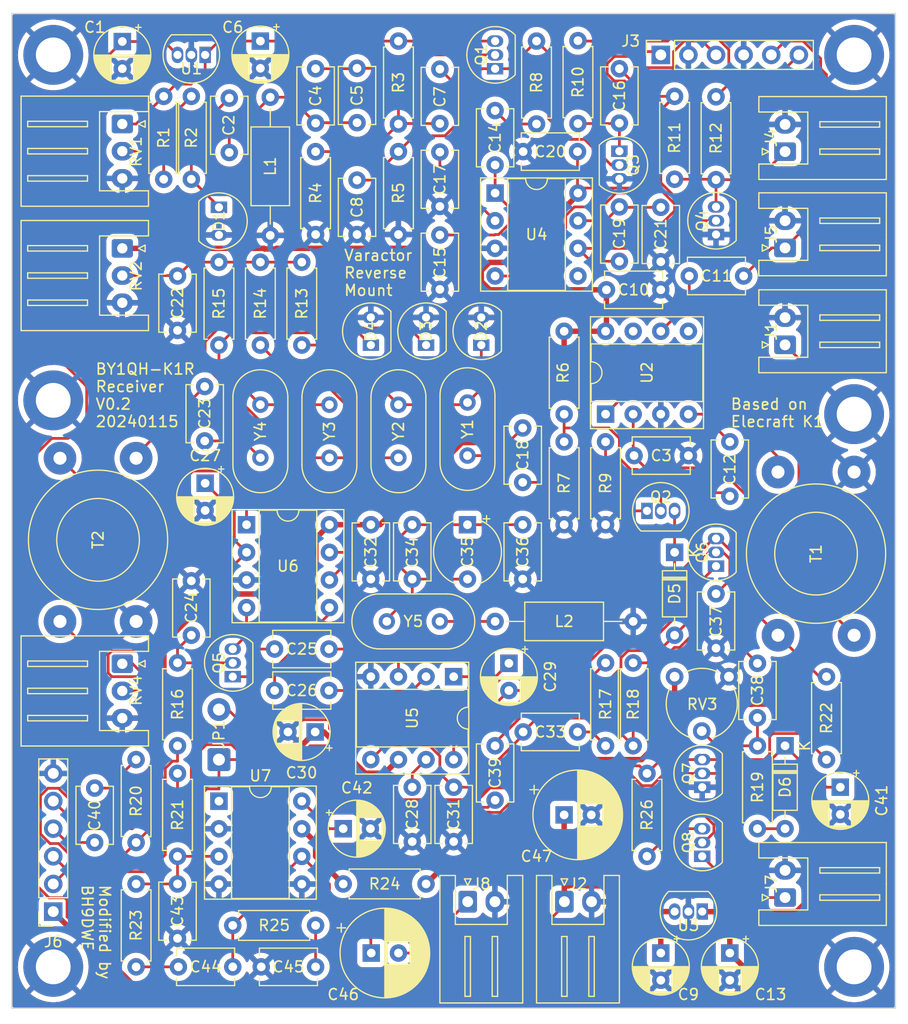
<source format=kicad_pcb>
(kicad_pcb (version 20221018) (generator pcbnew)
  (layers (0 "F.Cu" signal) (31 "B.Cu" signal) (34 "B.Paste" user) (35 "F.Paste" user) (36 "B.SilkS" user "B.Silkscreen") (37 "F.SilkS" user "F.Silkscreen") (38 "B.Mask" user) (39 "F.Mask" user) (44 "Edge.Cuts" user))
  (net 0 "")
  (net 1 "+12V")
  (net 2 "GND")
  (net 3 "Net-(C2-Pad1)")
  (net 4 "Net-(D1-K)")
  (net 5 "Net-(Q1-B)")
  (net 6 "Coil_1")
  (net 7 "+5VA")
  (net 8 "VFO_Out")
  (net 9 "+5V")
  (net 10 "Net-(U2-OSC_B)")
  (net 11 "PreMix")
  (net 12 "Net-(U2-OUT_A)")
  (net 13 "Net-(Q2-B)")
  (net 14 "Net-(U4-IN_A)")
  (net 15 "Net-(C14-Pad2)")
  (net 16 "Net-(Q4-B)")
  (net 17 "Net-(Q3-E)")
  (net 18 "Net-(U4-IN_B)")
  (net 19 "Net-(Q2-E)")
  (net 20 "Net-(C18-Pad2)")
  (net 21 "Net-(U4-OSC_E)")
  (net 22 "Net-(J3-Pin_3)")
  (net 23 "Net-(C22-Pad1)")
  (net 24 "Net-(Q5-G)")
  (net 25 "Net-(C23-Pad1)")
  (net 26 "Net-(T2-AB)")
  (net 27 "AF_1")
  (net 28 "Net-(U5-+)")
  (net 29 "AF_2")
  (net 30 "Net-(U5--)")
  (net 31 "Coil_2")
  (net 32 "Net-(Q6-E)")
  (net 33 "Net-(U6-OSC_E)")
  (net 34 "Net-(U6-OSC_B)")
  (net 35 "Net-(D5-A)")
  (net 36 "Net-(C39-Pad2)")
  (net 37 "XFIL{slash}TONE")
  (net 38 "Net-(C38-Pad2)")
  (net 39 "~{AGC OFF}")
  (net 40 "Net-(U7-BYPASS)")
  (net 41 "Net-(U7--)")
  (net 42 "Net-(C44-Pad1)")
  (net 43 "Net-(J7-Pin_1)")
  (net 44 "Net-(D2-K)")
  (net 45 "Net-(D3-K)")
  (net 46 "Net-(D4-K)")
  (net 47 "6R{slash}AUX")
  (net 48 "Net-(D6-A)")
  (net 49 "Net-(J8-Pin_1)")
  (net 50 "Net-(J4-Pin_1)")
  (net 51 "Mute")
  (net 52 "AF_level")
  (net 53 "Net-(L2-Pad1)")
  (net 54 "Net-(Q8-D)")
  (net 55 "Net-(R1-Pad2)")
  (net 56 "Net-(U7-VS)")
  (net 57 "Net-(T1-SB)")
  (net 58 "Net-(T2-SB)")
  (net 63 "Net-(J1-Pin_1)")
  (net 64 "Net-(J3-Pin_1)")
  (net 65 "Net-(R20-Pad1)")
  (net 66 "6R{slash}AUX1")
  (net 67 "Net-(U5-BYPASS)")
  (net 68 "Net-(C29-Pad1)")
  (net 69 "Net-(C33-Pad1)")
  (net 70 "Net-(C40-Pad2)")
  (net 71 "Net-(C44-Pad2)")
  (net 72 "Net-(C45-Pad1)")
  (net 73 "Net-(C29-Pad2)")
  (footprint "Diode_THT:D_DO-35_SOD27_P7.62mm_Horizontal" (layer "F.Cu") (at 120.65 99.06 -90)
    (fp_text reference "D5")
    (fp_text value "1N4148")
  )
  (footprint "MountingHole:MountingHole_3.2mm_M3_ISO14580_Pad" (layer "F.Cu") (at 137.16 137.16)
    (fp_text reference "J14")
    (fp_text value "Conn_01x01")
  )
  (footprint "Crystal:Crystal_HC49-U_Vertical" (layer "F.Cu") (at 94.18 105.41)
    (fp_text reference "Y5")
    (fp_text value "4.915MHz")
  )
  (footprint "Capacitor_THT:C_Disc_D5.1mm_W3.2mm_P5.00mm" (layer "F.Cu") (at 83.86 111.76)
    (fp_text reference "C26")
    (fp_text value "0.1u")
  )
  (footprint "Connector_PinSocket_2.54mm:PinSocket_1x06_P2.54mm_Vertical" (layer "F.Cu") (at 119.38 53.34 90)
    (fp_text reference "J3")
    (fp_text value "Premix_Filter")
  )
  (footprint "Package_TO_SOT_THT:TO-92_Inline" (layer "F.Cu") (at 123.19 127 90)
    (fp_text reference "Q8")
    (fp_text value "2N7000")
  )
  (footprint "Capacitor_THT:C_Disc_D5.1mm_W3.2mm_P5.00mm" (layer "F.Cu") (at 125.73 88.9 -90)
    (fp_text reference "C12")
    (fp_text value ".001u")
  )
  (footprint "Potentiometer_THT:Potentiometer_Piher_PT-6-V_Vertical" (layer "F.Cu") (at 120.65 110.49 -90)
    (fp_text reference "RV3")
    (fp_text value "50k")
  )
  (footprint "Package_TO_SOT_THT:TO-92_Inline" (layer "F.Cu") (at 118.11 95.25)
    (fp_text reference "Q2")
    (fp_text value "2N3904")
  )
  (footprint "Connector_JST:JST_XH_S3B-XH-A_1x03_P2.50mm_Horizontal" (layer "F.Cu") (at 69.85 109.3 -90)
    (fp_text reference "RV4")
    (fp_text value "100k")
  )
  (footprint "Capacitor_THT:C_Disc_D5.1mm_W3.2mm_P5.00mm" (layer "F.Cu") (at 77.43 88.82 90)
    (fp_text reference "C23")
    (fp_text value "220")
  )
  (footprint "Resistor_THT:R_Axial_DIN0207_L6.3mm_D2.5mm_P7.62mm_Horizontal" (layer "F.Cu") (at 87.63 69.85 90)
    (fp_text reference "R4")
    (fp_text value "51k")
  )
  (footprint "Capacitor_THT:C_Disc_D5.1mm_W3.2mm_P5.00mm" (layer "F.Cu") (at 99.06 62.27 -90)
    (fp_text reference "C17")
    (fp_text value ".01u")
  )
  (footprint "Package_DIP:DIP-8_W7.62mm_Socket" (layer "F.Cu") (at 104.14 66.04)
    (fp_text reference "U4")
    (fp_text value "SA602")
  )
  (footprint "Resistor_THT:R_Axial_DIN0207_L6.3mm_D2.5mm_P7.62mm_Horizontal" (layer "F.Cu") (at 90.17 129.54)
    (fp_text reference "R24")
    (fp_text value "10")
  )
  (footprint "Diode_THT:D_DO-35_SOD27_P7.62mm_Horizontal" (layer "F.Cu") (at 130.81 116.84 -90)
    (fp_text reference "D6")
    (fp_text value "1N5711")
  )
  (footprint "Capacitor_THT:C_Disc_D5.1mm_W3.2mm_P5.00mm" (layer "F.Cu") (at 83.86 107.95)
    (fp_text reference "C25")
    (fp_text value "0.1u")
  )
  (footprint "Capacitor_THT:C_Disc_D5.1mm_W3.2mm_P5.00mm" (layer "F.Cu") (at 119.38 74.93 180)
    (fp_text reference "C10")
    (fp_text value "0.47u")
  )
  (footprint "Capacitor_THT:C_Disc_D5.1mm_W3.2mm_P5.00mm" (layer "F.Cu") (at 87.63 137.16 180)
    (fp_text reference "C45")
    (fp_text value ".047u")
  )
  (footprint "Resistor_THT:R_Axial_DIN0207_L6.3mm_D2.5mm_P7.62mm_Horizontal" (layer "F.Cu") (at 74.93 109.22 -90)
    (fp_text reference "R16")
    (fp_text value "47k")
  )
  (footprint "Connector_JST:JST_XH_S3B-XH-A_1x03_P2.50mm_Horizontal" (layer "F.Cu") (at 69.85 71.12 -90)
    (fp_text reference "RV2")
    (fp_text value "100k")
  )
  (footprint "Connector_JST:JST_XH_S2B-XH-A_1x02_P2.50mm_Horizontal" (layer "F.Cu") (at 130.81 79.99 90)
    (fp_text reference "J1")
    (fp_text value "RF_IN")
  )
  (footprint "Capacitor_THT:CP_Radial_D5.0mm_P2.50mm" (layer "F.Cu") (at 82.55 52.07 -90)
    (fp_text reference "C6")
    (fp_text value "10u")
  )
  (footprint "Package_TO_SOT_THT:TO-92_Inline" (layer "F.Cu") (at 124.46 100.33 90)
    (fp_text reference "Q6")
    (fp_text value "2N3906")
  )
  (footprint "Resistor_THT:R_Axial_DIN0207_L6.3mm_D2.5mm_P7.62mm_Horizontal" (layer "F.Cu") (at 86.36 80.01 90)
    (fp_text reference "R13")
    (fp_text value "100k")
  )
  (footprint "Package_TO_SOT_THT:TO-92_Inline" (layer "F.Cu") (at 77.47 53.34 180)
    (fp_text reference "U1")
    (fp_text value "L78L05_TO92")
  )
  (footprint "Capacitor_THT:C_Disc_D5.1mm_W3.2mm_P5.00mm" (layer "F.Cu") (at 115.57 67.31 -90)
    (fp_text reference "C19")
    (fp_text value "39")
  )
  (footprint "MountingHole:MountingHole_3.2mm_M3_ISO14580_Pad" (layer "F.Cu") (at 63.5 137.16)
    (fp_text reference "J13")
    (fp_text value "Conn_01x01")
  )
  (footprint "Connector_JST:JST_XH_S2B-XH-A_1x02_P2.50mm_Horizontal" (layer "F.Cu") (at 130.81 62.23 90)
    (fp_text reference "J4")
    (fp_text value "Freq_Counter")
  )
  (footprint "Resistor_THT:R_Axial_DIN0207_L6.3mm_D2.5mm_P7.62mm_Horizontal" (layer "F.Cu") (at 124.46 57.19 -90)
    (fp_text reference "R12")
    (fp_text value "2.7k")
  )
  (footprint "Resistor_THT:R_Axial_DIN0207_L6.3mm_D2.5mm_P7.62mm_Horizontal" (layer "F.Cu") (at 95.25 59.69 90)
    (fp_text reference "R3")
    (fp_text value "51k")
  )
  (footprint "Package_TO_SOT_THT:TO-92-2" (layer "F.Cu") (at 102.87 80.01 90)
    (fp_text reference "D2")
    (fp_text value "ISV149")
  )
  (footprint "Resistor_THT:R_Axial_DIN0207_L6.3mm_D2.5mm_P7.62mm_Horizontal" (layer "F.Cu") (at 134.62 110.49 -90)
    (fp_text reference "R22")
    (fp_text value "1.8k")
  )
  (footprint "Package_DIP:DIP-8_W7.62mm_Socket" (layer "F.Cu") (at 78.74 121.93)
    (fp_text reference "U7")
    (fp_text value "LM380N-8")
  )
  (footprint "Capacitor_THT:C_Disc_D5.1mm_W3.2mm_P5.00mm" (layer "F.Cu") (at 122 73.66)
    (fp_text reference "C11")
    (fp_text value ".001u")
  )
  (footprint "Connector_JST:JST_XH_S2B-XH-A_1x02_P2.50mm_Horizontal" (layer "F.Cu") (at 130.81 130.79 90)
    (fp_text reference "J7")
    (fp_text value "SMTR")
  )
  (footprint "Capacitor_THT:C_Disc_D5.1mm_W3.2mm_P5.00mm" (layer "F.Cu") (at 67.31 125.73 90)
    (fp_text reference "C40")
    (fp_text value ".01u")
  )
  (footprint "Capacitor_THT:C_Disc_D5.1mm_W3.2mm_P5.00mm" (layer "F.Cu") (at 75.01 137.16)
    (fp_text reference "C44")
    (fp_text value "220")
  )
  (footprint "Capacitor_THT:C_Disc_D5.1mm_W3.2mm_P5.00mm" (layer "F.Cu") (at 92.71 101.52 90)
    (fp_text reference "C32")
    (fp_text value "0.47u")
  )
  (footprint "Resistor_THT:R_Axial_DIN0207_L6.3mm_D2.5mm_P7.62mm_Horizontal" (layer "F.Cu") (at 111.76 52.03 -90)
    (fp_text reference "R10")
    (fp_text value "2.7k")
  )
  (footprint "Resistor_THT:R_Axial_DIN0207_L6.3mm_D2.5mm_P7.62mm_Horizontal" (layer "F.Cu") (at 110.49 96.52 90)
    (fp_text reference "R7")
    (fp_text value "27k")
  )
  (footprint "Crystal:Crystal_HC49-U_Vertical" (layer "F.Cu") (at 82.55 85.49 -90)
    (fp_text reference "Y4")
    (fp_text value "4.915MHz")
  )
  (footprint "Resistor_THT:R_Axial_DIN0207_L6.3mm_D2.5mm_P7.62mm_Horizontal" (layer "F.Cu") (at 82.55 80.01 90)
    (fp_text reference "R14")
    (fp_text value "100k")
  )
  (footprint "Capacitor_THT:C_Disc_D5.1mm_W3.2mm_P5.00mm" (layer "F.Cu") (at 104.14 63.46 90)
    (fp_text reference "C14")
    (fp_text value ".01u")
  )
  (footprint "Package_DIP:DIP-8_W7.62mm_Socket" (layer "F.Cu") (at 114.3 86.36 90)
    (fp_text reference "U2")
    (fp_text value "SA602")
  )
  (footprint "Resistor_THT:R_Axial_DIN0207_L6.3mm_D2.5mm_P7.62mm_Horizontal" (layer "F.Cu") (at 107.95 59.69 90)
    (fp_text reference "R8")
    (fp_text value "2.7k")
  )
  (footprint "Capacitor_THT:C_Disc_D5.1mm_W3.2mm_P5.00mm" (layer "F.Cu") (at 111.72 115.57 180)
    (fp_text reference "C33")
    (fp_text value ".01u")
  )
  (footprint "Resistor_THT:R_Axial_DIN0207_L6.3mm_D2.5mm_P7.62mm_Horizontal" (layer "F.Cu") (at 73.66 57.15 -90)
    (fp_text reference "R1")
    (fp_text value "100k" hide)
  )
  (footprint "Capacitor_THT:C_Disc_D5.1mm_W3.2mm_P5.00mm" (layer "F.Cu") (at 74.93 73.66 -90)
    (fp_text reference "C22")
    (fp_text value ".01u")
  )
  (footprint "Capacitor_THT:C_Disc_D5.1mm_W3.2mm_P5.00mm" (layer "F.Cu") (at 99.06 59.65 90)
    (fp_text reference "C7")
    (fp_text value "1000")
  )
  (footprint "Resistor_THT:R_Axial_DIN0207_L6.3mm_D2.5mm_P7.62mm_Horizontal" (layer "F.Cu") (at 95.25 62.23 -90)
    (fp_text reference "R5")
    (fp_text value "2k")
  )
  (footprint "Inductor_THT:L_Axial_L7.0mm_D3.3mm_P12.70mm_Horizontal_Fastron_MICC" (layer "F.Cu") (at 83.46 57.23 -90)
    (fp_text reference "L1")
    (fp_text value "4.4u")
  )
  (footprint "Package_TO_SOT_THT:TO-92_Inline" (layer "F.Cu") (at 104.14 54.61 90)
    (fp_text reference "Q1")
    (fp_text value "S9018")
  )
  (footprint "Capacitor_THT:C_Disc_D5.1mm_W3.2mm_P5.00mm" (layer "F.Cu") (at 119.38 67.35 -90)
    (fp_text reference "C21")
    (fp_text value "39")
  )
  (footprint "Resistor_THT:R_Axial_DIN0207_L6.3mm_D2.5mm_P7.62mm_Horizontal" (layer "F.Cu") (at 118.11 127 90)
    (fp_text reference "R26")
    (fp_text value "27k")
  )
  (footprint "Transformer_THT:Transformer_Toroid_Horizontal_D12.5mm_Amidon-T44" (layer "F.Cu") (at 71.12 105.41 90)
    (fp_text reference "T2")
    (fp_text value "5:20")
  )
  (footprint "Package_TO_SOT_THT:TO-92-2" (layer "F.Cu") (at 97.79 80.01 90)
    (fp_text reference "D3")
    (fp_text value "ISV149")
  )
  (footprint "Package_TO_SOT_THT:TO-92-2" (layer "F.Cu") (at 78.74 67.35 -90)
    (fp_text reference "D1")
    (fp_text value "ISV149")
  )
  (footprint "Connector_JST:JST_XH_S2B-XH-A_1x02_P2.50mm_Horizontal" (layer "F.Cu") (at 130.81 71.08 90)
    (fp_text reference "J5")
    (fp_text value "VFO_Out")
  )
  (footprint "Capacitor_THT:C_Disc_D5.1mm_W3.2mm_P5.00mm" (layer "F.Cu") (at 91.44 54.57 -90)
    (fp_text reference "C5")
    (fp_text value "1000")
  )
  (footprint "Crystal:Crystal_HC49-U_Vertical" (layer "F.Cu") (at 95.25 85.49 -90)
    (fp_text reference "Y2")
    (fp_text value "4.915MHz")
  )
  (footprint "Package_TO_SOT_THT:TO-92_Inline" (layer "F.Cu") (at 124.46 69.85 90)
    (fp_text reference "Q4")
    (fp_text value "2N3904")
  )
  (footprint "Connector_PinSocket_2.54mm:PinSocket_1x06_P2.54mm_Vertical" (layer "F.Cu") (at 63.5 132.08 180)
    (fp_text reference "J6")
    (fp_text value "Outer_Ctrl")
  )
  (footprint "Crystal:Crystal_HC49-U_Vertical" (layer "F.Cu") (at 88.9 90.37 90)
    (fp_text reference "Y3")
    (fp_text value "4.915MHz")
  )
  (footprint "Resistor_THT:R_Axial_DIN0207_L6.3mm_D2.5mm_P7.62mm_Horizontal" (layer "F.Cu") (at 114.3 109.22 -90)
    (fp_text reference "R17")
    (fp_text value "2.7k")
  )
  (footprint "Connector_JST:JST_XH_S2B-XH-A_1x02_P2.50mm_Horizontal" (layer "F.Cu") (at 110.51 131.17)
    (fp_text reference "J2")
    (fp_text value "PWR_12V")
  )
  (footprint "Capacitor_THT:CP_Radial_D8.0mm_P2.50mm" (layer "F.Cu") (at 92.75 135.89)
    (fp_text reference "C46")
    (fp_text value "220u")
  )
  (footprint "Crystal:Crystal_HC49-U_Vertical" (layer "F.Cu") (at 101.6 90.17 90)
    (fp_text reference "Y1")
    (fp_text value "4.915MHz")
  )
  (footprint "MountingHole:MountingHole_3.2mm_M3_ISO14580_Pad" (layer "F.Cu") (at 137.16 86.36)
    (fp_text reference "J12")
    (fp_text value "Conn_01x01")
  )
  (footprint "Capacitor_THT:C_Disc_D5.1mm_W3.2mm_P5.00mm" (layer "F.Cu") (at 96.52 120.65 -90)
    (fp_text reference "C28")
    (fp_text value "1u")
  )
  (footprint "Connector_JST:JST_XH_S3B-XH-A_1x03_P2.50mm_Horizontal" (layer "F.Cu") (at 69.85 59.69 -90)
    (fp_text reference "RV1")
    (fp_text value "100k")
  )
  (footprint "Capacitor_THT:C_Disc_D5.1mm_W3.2mm_P5.00mm" (layer "F.Cu") (at 106.68 96.52 -90)
    (fp_text reference "C36")
    (fp_text value "330")
  )
  (footprint "Capacitor_THT:CP_Radial_D5.0mm_P2.50mm" (layer "F.Cu") (at 125.73 135.89 -90)
    (fp_text reference "C13")
    (fp_text value "10u")
  )
  (footprint "Capacitor_THT:C_Disc_D5.1mm_W3.2mm_P5.00mm" (layer "F.Cu") (at 100.33 120.65 -90)
    (fp_text reference "C31")
    (fp_text value ".01u")
  )
  (footprint "Package_TO_SOT_THT:TO-92_Inline" (layer "F.Cu") (at 123.19 120.65 90)
    (fp_text reference "Q7")
    (fp_text value "MPSA14_EBC")
  )
  (footprint "Capacitor_THT:C_Disc_D5.1mm_W3.2mm_P5.00mm" (layer "F.Cu") (at 96.52 96.52 -90)
    (fp_text reference "C34")
    (fp_text value "22")
  )
  (footprint "Capacitor_THT:C_Disc_D5.1mm_W3.2mm_P5.00mm" (layer "F.Cu") (at 106.72 62.23)
    (fp_text reference "C20")
    (fp_text value "0.47u")
  )
  (footprint "Connector_Wire:SolderWire-0.5sqmm_1x02_P4.6mm_D0.9mm_OD2.1mm" (layer "F.Cu") (at 78.74 118.11 90)
    (fp_text reference "JP1")
    (fp_text value "JMP")
  )
  (footprint "Capacitor_THT:CP_Radial_D5.0mm_P2.50mm" (layer "F.Cu") (at 69.85 52.11 -90)
    (fp_text reference "C1")
    (fp_text value "10u")
  )
  (footprint "MountingHole:MountingHole_3.2mm_M3_ISO14580_Pad" (layer "F.Cu") (at 137.16 53.34)
    (fp_text reference "J10")
    (fp_text value "Conn_01x01")
  )
  (footprint "Capacitor_THT:CP_Radial_D8.0mm_P2.50mm" (layer "F.Cu") (at 110.49 123.19)
    (fp_text reference "C47")
    (fp_text value "220u")
  )
  (footprint "Capacitor_THT:C_Disc_D5.1mm_W3.2mm_P5.00mm" (layer "F.Cu") (at 128.27 109.26 -90)
    (fp_text reference "C38")
    (fp_text value ".1u")
  )
  (footprint "Capacitor_THT:C_Disc_D5.1mm_W3.2mm_P5.00mm" (layer "F.Cu") (at 74.93 129.54 -90)
    (fp_text reference "C43")
    (fp_text value ".01u")
  )
  (footprint "Resistor_THT:R_Axial_DIN0207_L6.3mm_D2.5mm_P7.62mm_Horizontal" (layer "F.Cu") (at 114.3 96.52 90)
    (fp_text reference "R9")
    (fp_text value "27k")
  )
  (footprint "Capacitor_THT:C_Disc_D5.1mm_W3.2mm_P5.00mm" (layer "F.Cu") (at 115.57 54.61 -90)
    (fp_text reference "C16")
    (fp_text value "100")
  )
  (footprint "Package_DIP:DIP-8_W7.62mm_Socket" (layer "F.Cu") (at 100.33 110.49 -90)
    (fp_text reference "U5")
    (fp_text value "LM386")
  )
  (footprint "Resistor_THT:R_Axial_DIN0207_L6.3mm_D2.5mm_P7.62mm_Horizontal" (layer "F.Cu") (at 76.2 57.15 -90)
    (fp_text reference "R2")
    (fp_text value "100k")
  )
  (footprint "Package_TO_SOT_THT:TO-92-2" (layer "F.Cu") (at 92.71 80.01 90)
    (fp_text reference "D4")
    (fp_text value "ISV149")
  )
  (footprint "Resistor_THT:R_Axial_DIN0207_L6.3mm_D2.5mm_P7.62mm_Horizontal" (layer "F.Cu") (at 71.12 129.54 -90)
    (fp_text reference "R23")
    (fp_text value "47k")
  )
  (footprint "Package_TO_SOT_THT:TO-92_Inline" (layer "F.Cu") (at 80.01 110.49 90)
    (fp_text reference "Q5")
    (fp_text value "2N7000")
  )
  (footprint "Inductor_THT:L_Axial_L7.0mm_D3.3mm_P12.70mm_Horizontal_Fastron_MICC" (layer "F.Cu") (at 104.14 105.41)
    (fp_text reference "L2")
    (fp_text value "33u")
  )
  (footprint "Capacitor_THT:C_Disc_D5.1mm_W3.2mm_P5.00mm" (layer "F.Cu") (at 76.2 106.68 90)
    (fp_text reference "C24")
    (fp_text value ".047u")
  )
  (footprint "Resistor_THT:R_Axial_DIN0207_L6.3mm_D2.5mm_P7.62mm_Horizontal" (layer "F.Cu") (at 116.84 109.22 -90)
    (fp_text reference "R18")
    (fp_text value "2.2M")
  )
  (footprint "Transformer_THT:Transformer_Toroid_Horizontal_D12.5mm_Amidon-T44" (layer "F.Cu") (at 137.16 106.68 90)
    (fp_text reference "T1")
    (fp_text value "4:20")
  )
  (footprint "Resistor_THT:R_Axial_DIN0207_L6.3mm_D2.5mm_P7.62mm_Horizontal" (layer "F.Cu") (at 128.27 116.84 -90)
    (fp_text reference "R19")
    (fp_text value "47k")
  )
  (footprint "Resistor_THT:R_Axial_DIN0207_L6.3mm_D2.5mm_P7.62mm_Horizontal" (layer "F.Cu") (at 78.74 80.01 90)
    (fp_text reference "R15")
    (fp_text value "100k")
  )
  (footprint "Package_DIP:DIP-8_W7.62mm_Socket" (layer "F.Cu") (at 81.28 96.52)
    (fp_text reference "U6")
    (fp_text value "SA602")
  )
  (footprint "Capacitor_THT:CP_Radial_D5.0mm_P2.50mm" (layer "F.Cu") (at 90.17 124.46)
    (fp_text reference "C42")
    (fp_text value "10u")
  )
  (footprint "MountingHole:MountingHole_3.2mm_M3_ISO14580_Pad" (layer "F.Cu") (at 63.5 85.09)
    (fp_text reference "J11")
    (fp_text value "Conn_01x01")
  )
  (footprint "Resistor_THT:R_Axial_DIN0207_L6.3mm_D2.5mm_P7.62mm_Horizontal" (layer "F.Cu") (at 74.93 119.38 -90)
    (fp_text reference "R21")
    (fp_text value "47k")
  )
  (footprint "Connector_JST:JST_XH_S2B-XH-A_1x02_P2.50mm_Horizontal" (layer "F.Cu") (at 101.62 131.17)
    (fp_text reference "J8")
    (fp_text value "Audio")
  )
  (footprint "Capacitor_THT:C_Disc_D5.1mm_W3.2mm_P5.00mm" (layer "F.Cu") (at 116.92 90.17)
    (fp_text reference "C3")
    (fp_text value ".01u")
  )
  (footprint "MountingHole:MountingHole_3.2mm_M3_ISO14580_Pad" (layer "F.Cu") (at 63.5 53.34)
    (fp_text reference "J9")
    (fp_text value "Conn_01x01")
  )
  (footprint "Capacitor_THT:C_Disc_D5.1mm_W3.2mm_P5.00mm" (layer "F.Cu") (at 124.46 102.87 -90)
    (fp_text reference "C37")
    (fp_text value ".01u")
  )
  (footprint "Resistor_THT:R_Axial_DIN0207_L6.3mm_D2.5mm_P7.62mm_Horizontal" (layer "F.Cu") (at 120.65 64.77 90)
    (fp_text reference "R11")
    (fp_text value "100k")
  )
  (footprint "Capacitor_THT:CP_Radial_D5.0mm_P2.50mm" (layer "F.Cu") (at 135.89 120.65 -90)
    (fp_text reference "C41")
    (fp_text value "2.2u")
  )
  (footprint "Capacitor_THT:C_Disc_D5.1mm_W3.2mm_P5.00mm" (layer "F.Cu") (at 106.68 92.63 90)
    (fp_text reference "C18")
    (fp_text value "220")
  )
  (footprint "Resistor_THT:R_Axial_DIN0207_L6.3mm_D2.5mm_P7.62mm_Horizontal" (layer "F.Cu") (at 110.49 86.36 90)
    (fp_text reference "R6")
    (fp_text value "27k")
  )
  (footprint "Capacitor_THT:C_Disc_D5.1mm_W3.2mm_P5.00mm" (layer "F.Cu") (at 91.44 64.85 -90)
    (fp_text reference "C8")
    (fp_text value "1000")
  )
  (footprint "Capacitor_THT:C_Disc_D5.1mm_W3.2mm_P5.00mm" (layer "F.Cu") (at 99.06 74.89 90)
    (fp_text reference "C15")
    (fp_text value "220")
  )
  (footprint "Capacitor_THT:CP_Radial_D5.0mm_P2.50mm" (layer "F.Cu") (at 105.41 109.26 -90)
    (fp_text reference "C29")
    (fp_text value "10u")
  )
  (footprint "Capacitor_THT:CP_Radial_D5.0mm_P2.50mm" (layer "F.Cu") (at 119.38 135.89 -90)
    (fp_text reference "C9")
    (fp_text value "10u")
  )
  (footprint "Capacitor_THT:C_Disc_D5.1mm_W3.2mm_P5.00mm" (layer "F.Cu") (at 79.69 62.31 90)
    (fp_text reference "C2")
    (fp_text value "220")
  )
  (footprint "Capacitor_THT:C_Disc_D5.1mm_W3.2mm_P5.00mm" (layer "F.Cu") (at 104.14 116.84 -90)
    (fp_text reference "C39")
    (fp_text value ".1u")
  )
  (footprint "Package_TO_SOT_THT:TO-92_Inline" (layer "F.Cu") (at 115.57 62.19 -90)
    (fp_text reference "Q3")
    (fp_text value "2N3906")
  )
  (footprint "Package_TO_SOT_THT:TO-92_Inline" (layer "F.Cu") (at 123.19 132.08 180)
    (fp_text reference "U3")
    (fp_text value "L78L05_TO92")
  )
  (footprint "Resistor_THT:R_Axial_DIN0207_L6.3mm_D2.5mm_P7.62mm_Horizontal" (layer "F.Cu") (at 87.63 133.35 180)
    (fp_text reference "R25")
    (fp_text value "1.5")
  )
  (footprint "Capacitor_THT:C_Disc_D5.1mm_W3.2mm_P5.00mm" (layer "F.Cu") (at 87.63 54.61 -90)
    (fp_text reference "C4")
    (fp_text value "220")
  )
  (footprint "Capacitor_THT:CP_Radial_D5.0mm_P2.50mm" (layer "F.Cu") (at 77.47 92.71 -90)
    (fp_text reference "C27")
    (fp_text value "2.2u")
  )
  (footprint "Resistor_THT:R_Axial_DIN0207_L6.3mm_D2.5mm_P7.62mm_Horizontal" (layer "F.Cu") (at 71.12 125.73 90)
    (fp_text reference "R20")
    (fp_text value "47k")
  )
  (footprint "Capacitor_THT:CP_Radial_Tantal_D6.0mm_P5.00mm" (layer "F.Cu") (at 101.6 96.52 -90)
    (fp_text reference "C35")
    (fp_text value "50")
  )
  (footprint "Capacitor_THT:CP_Radial_D5.0mm_P2.50mm" (layer "F.Cu") (at 87.59 115.57 180)
    (fp_text reference "C30")
    (fp_text value "10u")
  )
  (gr_rect (start 59.69 49.53) (end 140.97 140.97) (stroke (width 0.1)) (fill none) (layer "Edge.Cuts"))
  (gr_text "Modified by\nBH9DWE" (at 66.04 129.54 -90) (layer "F.SilkS") (effects (font (size 1 1)) (justify left bottom)))
  (gr_text "BY1QH-K1R\nReceiver\nV0.2\n20240115" (at 67.31 87.63) (layer "F.SilkS") (effects (font (size 1 1)) (justify left bottom)))
  (gr_text "Varactor\nReverse\nMount" (at 90.17 75.565) (layer "F.SilkS") (effects (font (size 1 1)) (justify left bottom)))
  (gr_text "Based on\nElecraft K1\n" (at 125.73 87.63) (layer "F.SilkS") (effects (font (size 1 1)) (justify left bottom)))
  (segment (start 61.875 129.576701) (end 63.108299 130.81) (width 0.25) (layer "F.Cu") (net 1))
  (segment (start 64.77 131) (end 64.77 132.554505) (width 0.25) (layer "F.Cu") (net 1))
  (segment (start 110.51 128.27) (end 110.51 131.17) (width 0.5) (layer "F.Cu") (net 1))
  (segment (start 64.87594 88.585) (end 63.36406 88.585) (width 0.25) (layer "F.Cu") (net 1))
  (segment (start 73.7 52.11) (end 74.93 53.34) (width 0.25) (layer "F.Cu") (net 1))
  (segment (start 60.96 115.57) (end 61.875 116.485) (width 0.25) (layer "F.Cu") (net 1))
  (segment (start 60.96 90.98906) (end 60.96 115.57) (width 0.25) (layer "F.Cu") (net 1))
  (segment (start 69.85 52.11) (end 73.7 52.11) (width 0.25) (layer "F.Cu") (net 1))
  (segment (start 110.51 131.17) (end 110.51 129.73) (width 0.5) (layer "F.Cu") (net 1))
  (segment (start 102.87 139.125) (end 110.1125 131.8825) (width 0.25) (layer "F.Cu") (net 1))
  (segment (start 98.88 128.45) (end 110.33 128.45) (width 0.5) (layer "F.Cu") (net 1))
  (segment (start 66.575 86.88594) (end 64.87594 88.585) (width 0.25) (layer "F.Cu") (net 1))
  (segment (start 64.58 130.81) (end 64.77 131) (width 0.25) (layer "F.Cu") (net 1))
  (segment (start 60.96 61) (end 60.96 78.201293) (width 0.25) (layer "F.Cu") (net 1))
  (segment (start 63.108299 130.81) (end 64.58 130.81) (width 0.25) (layer "F.Cu") (net 1))
  (segment (start 110.49 123.19) (end 110.49 127.32) (width 0.5) (layer "F.Cu") (net 1))
  (segment (start 69.85 52.11) (end 60.96 61) (width 0.25) (layer "F.Cu") (net 1))
  (segment (start 64.77 132.554505) (end 71.340495 139.125) (width 0.25) (layer "F.Cu") (net 1))
  (segment (start 110.49 127.32) (end 110.51 127.34) (width 0.5) (layer "F.Cu") (net 1))
  (segment (start 66.575 83.816293) (end 66.575 86.88594) (width 0.25) (layer "F.Cu") (net 1))
  (segment (start 63.36406 88.585) (end 60.96 90.98906) (width 0.25) (layer "F.Cu") (net 1))
  (segment (start 97.79 129.54) (end 98.88 128.45) (width 0.5) (layer "F.Cu") (net 1))
  (segment (start 110.51 129.73) (end 110.52 129.72) (width 0.5) (layer "F.Cu") (net 1))
  (segment (start 119.38 132.08) (end 119.38 135.89) (width 0.5) (layer "F.Cu") (net 1))
  (segment (start 117.02 129.72) (end 119.38 132.08) (width 0.5) (layer "F.Cu") (net 1))
  (segment (start 60.96 78.201293) (end 66.575 83.816293) (width 0.25) (layer "F.Cu") (net 1))
  (segment (start 71.340495 139.125) (end 102.87 139.125) (width 0.25) (layer "F.Cu") (net 1))
  (segment (start 119.38 132.08) (end 120.65 132.08) (width 0.5) (layer "F.Cu") (net 1))
  (segment (start 61.875 116.485) (end 61.875 129.576701) (width 0.25) (layer "F.Cu") (net 1))
  (segment (start 110.33 128.45) (end 110.51 128.27) (width 0.5) (layer "F.Cu") (net 1))
  (segment (start 110.52 129.72) (end 117.02 129.72) (width 0.5) (layer "F.Cu") (net 1))
  (segment (start 110.51 127.34) (end 110.51 128.27) (width 0.5) (layer "F.Cu") (net 1))
  (segment (start 85.25 57.23) (end 87.63 59.61) (width 0.25) (layer "F.Cu") (net 3))
  (segment (start 79.69 62.31) (end 79.69 61) (width 0.25) (layer "F.Cu") (net 3))
  (segment (start 79.69 61) (end 83.46 57.23) (width 0.25) (layer "F.Cu") (net 3))
  (segment (start 83.46 57.23) (end 85.25 57.23) (width 0.25) (layer "F.Cu") (net 3))
  (segment (start 91.44 59.57) (end 87.67 59.57) (width 0.25) (layer "F.Cu") (net 3))
  (segment (start 76.2 64.77) (end 78.74 67.31) (width 0.25) (layer "F.Cu") (net 4))
  (segment (start 76.2 60.8) (end 79.69 57.31) (width 0.25) (layer "F.Cu") (net 4))
  (segment (start 76.2 64.77) (end 76.2 60.8) (width 0.25) (layer "F.Cu") (net 4))
  (segment (start 95.25 59.69) (end 95.25 54.57) (width 0.25) (layer "F.Cu") (net 5))
  (segment (start 97.79 53.34) (end 104.14 53.34) (width 0.25) (layer "F.Cu") (net 5))
  (segment (start 95.25 54.57) (end 96.48 54.57) (width 0.25) (layer "F.Cu") (net 5))
  (segment (start 99.06 59.65) (end 95.29 59.65) (width 0.25) (layer "F.Cu") (net 5))
  (segment (start 96.52 54.61) (end 97.79 53.34) (width 0.25) (layer "F.Cu") (net 5))
  (segment (start 91.44 54.57) (end 95.25 54.57) (width 0.25) (layer "F.Cu") (net 5))
  (segment (start 87.63 62.23) (end 92.71 62.23) (width 0.25) (layer "F.Cu") (net 5))
  (segment (start 96.48 54.57) (end 96.52 54.61) (width 0.25) (layer "F.Cu") (net 5))
  (segment (start 92.71 62.23) (end 95.25 59.69) (width 0.25) (layer "F.Cu") (net 5))
  (segment (start 87.63 54.61) (end 91.4 54.61) (width 0.25) (layer "F.Cu") (net 5))
  (segment (start 116.92 90.25) (end 117.965 91.295) (width 0.25) (layer "F.Cu") (net 6))
  (segment (start 124.715991 91.295) (end 127.45 94.029009) (width 0.25) (layer "F.Cu") (net 6))
  (segment (start 127.45 94.029009) (end 127.45 103.97) (width 0.25) (layer "F.Cu") (net 6))
  (segment (start 127.45 103.97) (end 130.16 106.68) (width 0.25) (layer "F.Cu") (net 6))
  (segment (start 130.16 106.68) (end 133.97 110.49) (width 0.25) (layer "F.Cu") (net 6))
  (segment (start 116.84 86.36) (end 116.84 90.09) (width 0.25) (layer "F.Cu") (net 6))
  (segment (start 117.965 91.295) (end 124.715991 91.295) (width 0.25) (layer "F.Cu") (net 6))
  (segment (start 95.25 52.07) (end 104.14 52.07) (width 0.25) (layer "F.Cu") (net 7))
  (segment (start 76.1675 56.025) (end 77.47 54.7225) (width 0.25) (layer "F.Cu") (net 7))
  (segment (start 74.785 56.025) (end 76.1675 56.025) (width 0.25) (layer "F.Cu") (net 7))
  (segment (start 71.12 59.69) (end 73.66 57.15) (width 0.25) (layer "F.Cu") (net 7))
  (segment (start 78.74 52.07) (end 82.55 52.07) (width 0.25) (layer "F.Cu") (net 7))
  (segment (start 73.66 57.15) (end 74.785 56.025) (width 0.25) (layer "F.Cu") (net 7))
  (segment (start 69.85 59.69) (end 71.12 59.69) (width 0.25) (layer "F.Cu") (net 7))
  (segment (start 77.47 54.7225) (end 77.47 53.34) (width 0.25) (layer "F.Cu") (net 7))
  (segment (start 77.47 53.34) (end 78.74 52.07) (width 0.25) (layer "F.Cu") (net 7))
  (segment (start 82.55 52.07) (end 95.25 52.07) (width 0.25) (layer "F.Cu") (net 7))
  (segment (start 95.25 62.23) (end 96.705 60.775) (width 0.25) (layer "F.Cu") (net 8))
  (segment (start 107.95 52.07) (end 109.075 53.195) (width 0.25) (layer "F.Cu") (net 8))
  (segment (start 109.075 59.224009) (end 110.955991 61.105) (width 0.25) (layer "F.Cu") (net 8))
  (segment (start 96.705 60.775) (end 99.525991 60.775) (width 0.25) (layer "F.Cu") (net 8))
  (segment (start 92.63 64.85) (end 95.25 62.23) (width 0.25) (layer "F.Cu") (net 8))
  (segment (start 110.955991 61.105) (end 112.370991 61.105) (width 0.25) (layer "F.Cu") (net 8))
  (segment (start 102.91 54.61) (end 104.14 54.61) (width 0.25) (layer "F.Cu") (net 8))
  (segment (start 101.6 58.700991) (end 101.6 55.92) (width 0.25) (layer "F.Cu") (net 8))
  (segment (start 114.915 63.46) (end 115.57 63.46) (width 0.25) (layer "F.Cu") (net 8))
  (segment (start 101.6 55.92) (end 100.33 55.92) (width 0.25) (layer "F.Cu") (net 8))
  (segment (start 113.03 61.764009) (end 113.114009 61.764009) (width 0.25) (layer "F.Cu") (net 8))
  (segment (start 99.525991 60.775) (end 101.6 58.700991) (width 0.25) (layer "F.Cu") (net 8))
  (segment (start 113.114009 61.764009) (end 114.81 63.46) (width 0.25) (layer "F.Cu") (net 8))
  (segment (start 105.41 54.61) (end 107.95 52.07) (width 0.25) (layer "F.Cu") (net 8))
  (segment (start 104.14 54.61) (end 105.41 54.61) (width 0.25) (layer "F.Cu") (net 8))
  (segment (start 114.81 63.46) (end 115.57 63.46) (width 0.25) (layer "F.Cu") (net 8))
  (segment (start 112.370991 61.105) (end 113.03 61.764009) (width 0.25) (layer "F.Cu") (net 8))
  (segment (start 91.44 64.85) (end 92.63 64.85) (width 0.25) (layer "F.Cu") (net 8))
  (segment (start 109.075 53.195) (end 109.075 59.224009) (width 0.25) (layer "F.Cu") (net 8))
  (segment (start 101.6 55.92) (end 102.91 54.61) (width 0.25) (layer "F.Cu") (net 8))
  (segment (start 99.06 54.65) (end 100.33 55.92) (width 0.25) (layer "F.Cu") (net 8))
  (segment (start 96.251117 71.12) (end 84.037767 71.12) (width 0.5) (layer "F.Cu") (net 9))
  (segment (start 118.03 64.908541) (end 118.03 58.979188) (width 0.25) (layer "F.Cu") (net 9))
  (segment (start 106.167819 120.59) (end 103.622233 120.59) (width 0.5) (layer "F.Cu") (net 9))
  (segment (start 103.622233 120.59) (end 102.292233 121.92) (width 0.5) (layer "F.Cu") (net 9))
  (segment (start 120.013604 52.07) (end 113.03 52.07) (width 0.25) (layer "F.Cu") (net 9))
  (segment (start 78.222233 102.89) (end 73.68 107.432233) (width 0.5) (layer "F.Cu") (net 9))
  (segment (start 85.07 102.89) (end 78.222233 102.89) (width 0.5) (layer "F.Cu") (net 9))
  (segment (start 83.977767 71.18) (end 82.942233 71.18) (width 0.5) (layer "F.Cu") (net 9))
  (segment (start 125.73 132.08) (end 125.73 135.89) (width 0.5) (layer "F.Cu") (net 9))
  (segment (start 124.401701 51.62) (end 120.463604 51.62) (width 0.25) (layer "F.Cu") (net 9))
  (segment (start 127.752233 113.01) (end 132.06 113.01) (width 0.5) (layer "F.Cu") (net 9))
  (segment (start 113.545 55.448783) (end 113.545 52.585) (width 0.25) (layer "F.Cu") (net 9))
  (segment (start 127 138.887767) (end 127 137.16) (width 0.5) (layer "F.Cu") (net 9))
  (segment (start 80.515964 115.26) (end 82.670964 117.415) (width 0.5) (layer "F.Cu") (net 9))
  (segment (start 125.635 56.015) (end 125.635 52.853299) (width 0.25) (layer "F.Cu") (net 9))
  (segment (start 93.552943 96.52) (end 92.71 96.52) (width 0.5) (layer "F.Cu") (net 9))
  (segment (start 73.68 107.432233) (end 73.68 111.373414) (width 0.5) (layer "F.Cu") (net 9))
  (segment (start 77.566586 115.26) (end 80.515964 115.26) (width 0.5) (layer "F.Cu") (net 9))
  (segment (start 98.29335 73.162233) (end 96.251117 71.12) (width 0.5) (layer "F.Cu") (net 9))
  (segment (start 84.037767 71.12) (end 83.977767 71.18) (width 0.5) (layer "F.Cu") (net 9))
  (segment (start 63.5 132.097677) (end 71.102323 139.7) (width 0.5) (layer "F.Cu") (net 9))
  (segment (start 110.49 81.28) (end 102.8 88.97) (width 0.5) (layer "F.Cu") (net 9))
  (segment (start 102.87 73.162233) (end 98.29335 73.162233) (width 0.5) (layer "F.Cu") (net 9))
  (segment (start 120.65 113.03) (end 120.65 115.072233) (width 0.5) (layer "F.Cu") (net 9))
  (segment (start 127 137.16) (end 125.73 135.89) (width 0.5) (layer "F.Cu") (net 9))
  (segment (start 131.856878 132.09) (end 123.2 132.09) (width 0.5) (layer "F.Cu") (net 9))
  (segment (start 111.72 65.58) (end 117.358541 65.58) (width 0.25) (layer "F.Cu") (net 9))
  (segment (start 82.942233 71.18) (end 82.882233 71.12) (width 0.5) (layer "F.Cu") (net 9))
  (segment (start 117.612233 118.11) (end 108.647819 118.11) (width 0.5) (layer "F.Cu") (net 9))
  (segment (start 102.292233 121.92) (end 95.43236 121.92) (width 0.5) (layer "F.Cu") (net 9))
  (segment (start 102.87 73.162233) (end 102.87 74.157767) (width 0.5) (layer "F.Cu") (net 9))
  (segment (start 114.38 74.93) (end 114.38 78.66) (width 0.5) (layer "F.Cu") (net 9))
  (segment (start 88.402233 115.57) (end 87.59 115.57) (width 0.5) (layer "F.Cu") (net 9))
  (segment (start 110.49 78.74) (end 110.49 81.28) (width 0.5) (layer "F.Cu") (net 9))
  (segment (start 93.98 120.46764) (end 93.98 119.36) (width 0.5) (layer "F.Cu") (net 9))
  (segment (start 113.545 52.585) (end 113.03 52.07) (width 0.25) (layer "F.Cu") (net 9))
  (segment (start 118.03 58.979188) (end 115.685812 56.635) (width 0.25) (layer "F.Cu") (net 9))
  (segment (start 124.46 57.19) (end 125.635 56.015) (width 0.25) (layer "F.Cu") (net 9))
  (segment (start 120.463604 51.62) (end 120.013604 52.07) (width 0.25) (layer "F.Cu") (net 9))
  (segment (start 126.187767 139.7) (end 127 138.887767) (width 0.5) (layer "F.Cu") (net 9))
  (segment (start 110.06 69.01) (end 106.66 72.41) (width 0.5) (layer "F.Cu") (net 9))
  (segment (start 113.03 52.07) (end 111.8 52.07) (width 0.25) (layer "F.Cu") (net 9))
  (segment (start 111.76 66.175837) (end 110.06 67.875837) (width 0.5) (layer "F.Cu") (net 9))
  (segment (start 82.670964 117.415) (end 85.745 117.415) (width 0.5) (layer "F.Cu") (net 9))
  (segment (start 71.102323 139.7) (end 126.187767 139.7) (width 0.5) (layer "F.Cu") (net 9))
  (segment (start 87.65 100.31) (end 85.07 102.89) (width 0.5) (layer "F.Cu") (net 9))
  (segment (start 132.08 53.34) (end 129.405 56.015) (width 0.25) (layer "F.Cu") (net 9))
  (segment (start 93.98 119.36) (end 95.23 118.11) (width 0.5) (layer "F.Cu") (net 9))
  (segment (start 88.9 96.52) (end 87.65 97.77) (width 0.5) (layer "F.Cu") (net 9))
  (segment (start 95.25 118.11) (end 94 119.36) (width 0.5) (layer "F.Cu") (net 9))
  (segment (start 114.3 78.74) (end 110.49 78.74) (width 0.5) (layer "F.Cu") (net 9))
  (segment (start 120.65 113.03) (end 127.732233 113.03) (width 0.5) (layer "F.Cu") (net 9))
  (segment (start 92.192233 119.36) (end 88.402233 115.57) (width 0.5) (layer "F.Cu") (net 9))
  (segment (start 115.685812 56.635) (end 114.731217 56.635) (width 0.25) (layer "F.Cu") (net 9))
  (segment (start 101.102943 88.97) (end 93.552943 96.52) (width 0.5) (layer "F.Cu") (net 9))
  (segment (start 138.43 125.516878) (end 131.856878 132.09) (width 0.5) (layer "F.Cu") (net 9))
  (segment (start 103.642233 74.93) (end 114.38 74.93) (width 0.5) (layer "F.Cu") (net 9))
  (segment (start 132.06 113.01) (end 138.43 119.38) (width 0.5) (layer "F.Cu") (net 9))
  (segment (start 95.43236 121.92) (end 93.98 120.46764) (width 0.5) (layer "F.Cu") (net 9))
  (segment (start 92.71 96.52) (end 88.9 96.52) (width 0.5) (layer "F.Cu") (net 9))
  (segment (start 94 119.36) (end 92.192233 119.36) (width 0.5) (layer "F.Cu") (net 9))
  (segment (start 127.732233 113.03) (end 127.752233 113.01) (width 0.5) (layer "F.Cu") (net 9))
  (segment (start 114.731217 56.635) (end 113.545 55.448783) (width 0.25) (layer "F.Cu") (net 9))
  (segment (start 103.622233 72.41) (end 102.87 73.162233) (width 0.5) (layer "F.Cu") (net 9))
  (segment (start 120.65 115.072233) (end 117.612233 118.11) (width 0.5) (layer "F.Cu") (net 9))
  (segment (start 102.8 88.97) (end 101.102943 88.97) (width 0.5) (layer "F.Cu") (net 9))
  (segment (start 111.72 66) (end 111.72 62.23) (width 0.25) (layer "F.Cu") (net 9))
  (segment (start 73.68 111.373414) (end 77.566586 115.26) (width 0.5) (layer "F.Cu") (net 9))
  (segment (start 106.66 72.41) (end 103.622233 72.41) (width 0.5) (layer "F.Cu") (net 9))
  (segment (start 108.647819 118.11) (end 106.167819 120.59) (width 0.5) (layer "F.Cu") (net 9))
  (segment (start 125.635 52.853299) (end 124.401701 51.62) (width 0.25) (layer "F.Cu") (net 9))
  (segment (start 102.87 74.157767) (end 103.642233 74.93) (width 0.5) (layer "F.Cu") (net 9))
  (segment (start 110.06 67.875837) (end 110.06 69.01) (width 0.5) (layer "F.Cu") (net 9))
  (segment (start 129.405 56.015) (end 125.635 56.015) (width 0.25) (layer "F.Cu") (net 9))
  (segment (start 85.745 117.415) (end 87.59 115.57) (width 0.5) (layer "F.Cu") (net 9))
  (segment (start 82.882233 71.12) (end 69.85 71.12) (width 0.5) (layer "F.Cu") (net 9))
  (segment (start 87.65 97.77) (end 87.65 100.31) (width 0.5) (layer "F.Cu") (net 9))
  (segment (start 138.43 119.38) (end 138.43 125.516878) (width 0.5) (layer "F.Cu") (net 9))
  (segment (start 95.23 118.11) (end 95.25 118.11) (width 0.5) (layer "F.Cu") (net 9))
  (segment (start 117.358541 65.58) (end 118.03 64.908541) (width 0.25) (layer "F.Cu") (net 9))
  (segment (start 120.65 113.03) (end 120.65 110.49) (width 0.5) (layer "F.Cu") (net 9))
  (segment (start 122 76.12) (end 122 73.66) (width 0.25) (layer "F.Cu") (net 10))
  (segment (start 119.38 78.74) (end 122 76.12) (width 0.25) (layer "F.Cu") (net 10))
  (segment (start 129.54 53.34) (end 130.81 52.07) (width 0.25) (layer "F.Cu") (net 11))
  (segment (start 134.62 55.148707) (end 134.62 67.27) (width 0.25) (layer "F.Cu") (net 11))
  (segment (start 129.58 71.08) (end 130.81 71.08) (width 0.25) (layer "F.Cu") (net 11))
  (segment (start 132.471701 52.07) (end 134.085 53.683299) (width 0.25) (layer "F.Cu") (net 11))
  (segment (start 134.085 54.613707) (end 134.62 55.148707) (width 0.25) (layer "F.Cu") (net 11))
  (segment (start 134.085 53.683299) (end 134.085 54.613707) (width 0.25) (layer "F.Cu") (net 11))
  (segment (start 134.62 67.27) (end 130.81 71.08) (width 0.25) (layer "F.Cu") (net 11))
  (segment (start 130.81 52.07) (end 132.471701 52.07) (width 0.25) (layer "F.Cu") (net 11))
  (segment (start 127 73.66) (end 129.58 71.08) (width 0.25) (layer "F.Cu") (net 11))
  (segment (start 123.19 86.36) (end 125.73 88.9) (width 0.25) (layer "F.Cu") (net 12))
  (segment (start 121.92 86.36) (end 123.19 86.36) (width 0.25) (layer "F.Cu") (net 12))
  (segment (start 115.57 88.579009) (end 115.57 90.410991) (width 0.25) (layer "F.Cu") (net 13))
  (segment (start 110.49 88.9) (end 110.49 87.63) (width 0.25) (layer "F.Cu") (net 13))
  (segment (start 110.49 87.63) (end 110.49 86.36) (width 0.25) (layer "F.Cu") (net 13))
  (segment (start 116.599009 91.44) (end 117.240991 91.44) (width 0.25) (layer "F.Cu") (net 13))
  (segment (start 114.620991 87.63) (end 115.57 88.579009) (width 0.25) (layer "F.Cu") (net 13))
  (segment (start 115.57 90.410991) (end 116.599009 91.44) (width 0.25) (layer "F.Cu") (net 13))
  (segment (start 110.49 87.63) (end 114.620991 87.63) (width 0.25) (layer "F.Cu") (net 13))
  (segment (start 125.73 93.579009) (end 119.38 93.579009) (width 0.25) (layer "F.Cu") (net 13))
  (segment (start 119.38 93.579009) (end 117.240991 91.44) (width 0.25) (layer "F.Cu") (net 13))
  (segment (start 119.38 95.25) (end 119.38 93.579009) (width 0.25) (layer "F.Cu") (net 13))
  (segment (start 105.41 68.900991) (end 104.460991 69.85) (width 0.25) (layer "F.Cu") (net 14))
  (segment (start 104.1 69.89) (end 99.06 69.89) (width 0.25) (layer "F.Cu") (net 14))
  (segment (start 104.14 66.04) (end 105.41 67.31) (width 0.25) (layer "F.Cu") (net 14))
  (segment (start 104.460991 69.85) (end 104.14 69.85) (width 0.25) (layer "F.Cu") (net 14))
  (segment (start 104.14 69.85) (end 104.1 69.89) (width 0.25) (layer "F.Cu") (net 14))
  (segment (start 104.14 63.46) (end 104.14 66.04) (width 0.25) (layer "F.Cu") (net 14))
  (segment (start 105.41 67.31) (end 105.41 68.900991) (width 0.25) (layer "F.Cu") (net 14))
  (segment (start 105.37 59.69) (end 104.14 58.46) (width 0.25) (layer "F.Cu") (net 15))
  (segment (start 107.95 59.69) (end 105.37 59.69) (width 0.25) (layer "F.Cu") (net 15))
  (segment (start 115.57 54.61) (end 118.11 57.15) (width 0.25) (layer "F.Cu") (net 16))
  (segment (start 118.11 57.15) (end 120.65 57.15) (width 0.25) (layer "F.Cu") (net 16))
  (segment (start 120.65 57.15) (end 119.38 58.42) (width 0.25) (layer "F.Cu") (net 16))
  (segment (start 122.869009 68.58) (end 124.46 68.58) (width 0.25) (layer "F.Cu") (net 16))
  (segment (start 119.38 65.090991) (end 122.869009 68.58) (width 0.25) (layer "F.Cu") (net 16))
  (segment (start 119.38 58.42) (end 119.38 65.090991) (width 0.25) (layer "F.Cu") (net 16))
  (segment (start 111.76 59.65) (end 115.53 59.65) (width 0.25) (layer "F.Cu") (net 17))
  (segment (start 115.57 62.19) (end 115.57 59.61) (width 0.25) (layer "F.Cu") (net 17))
  (segment (start 104.14 68.58) (end 99.06 63.5) (width 0.25) (layer "F.Cu") (net 18))
  (segment (start 99.06 63.5) (end 99.06 62.27) (width 0.25) (layer "F.Cu") (net 18))
  (segment (start 106.68 92.63) (end 114.22 92.63) (width 0.25) (layer "F.Cu") (net 19))
  (segment (start 114.22 92.63) (end 114.3 92.71) (width 0.25) (layer "F.Cu") (net 19))
  (segment (start 114.3 92.71) (end 116.84 95.25) (width 0.25) (layer "F.Cu") (net 19))
  (segment (start 114.3 88.9) (end 114.3 92.71) (width 0.25) (layer "F.Cu") (net 19))
  (segment (start 118.11 95.25) (end 116.84 95.25) (width 0.25) (layer "F.Cu") (net 19))
  (segment (start 106.68 87.63) (end 104.14 90.17) (width 0.25) (layer "F.Cu") (net 20))
  (segment (start 101.6 90.17) (end 104.14 90.17) (width 0.25) (layer "F.Cu") (net 20))
  (segment (start 119.38 67.35) (end 115.61 67.35) (width 0.25) (layer "F.Cu") (net 21))
  (segment (start 111.76 68.58) (end 114.3 68.58) (width 0.25) (layer "F.Cu") (net 21))
  (segment (start 114.3 68.58) (end 115.57 67.31) (width 0.25) (layer "F.Cu") (net 21))
  (segment (start 118.015 54.515) (end 120.555 54.515) (width 0.25) (layer "F.Cu") (net 22))
  (segment (start 123.19 52.07) (end 124.46 53.34) (width 0.25) (layer "F.Cu") (net 22))
  (segment (start 112.95 72.31) (end 111.76 71.12) (width 0.25) (layer "F.Cu") (net 22))
  (segment (start 120.65 67.670991) (end 120.65 67.029009) (width 0.25) (layer "F.Cu") (net 22))
  (segment (start 117.200991 71.12) (end 120.65 67.670991) (width 0.25) (layer "F.Cu") (net 22))
  (segment (start 116.985 53.485) (end 118.015 54.515) (width 0.25) (layer "F.Cu") (net 22))
  (segment (start 115.57 72.31) (end 112.95 72.31) (width 0.25) (layer "F.Cu") (net 22))
  (segment (start 120.555 53.043299) (end 121.528299 52.07) (width 0.25) (layer "F.Cu") (net 22))
  (segment (start 111.76 71.12) (end 117.200991 71.12) (width 0.25) (layer "F.Cu") (net 22))
  (segment (start 121.528299 52.07) (end 123.19 52.07) (width 0.25) (layer "F.Cu") (net 22))
  (segment (start 114.445 55.075991) (end 114.445 54.144009) (width 0.25) (layer "F.Cu") (net 22))
  (segment (start 115.104009 55.735) (end 114.445 55.075991) (width 0.25) (layer "F.Cu") (net 22))
  (segment (start 115.104009 53.485) (end 116.985 53.485) (width 0.25) (layer "F.Cu") (net 22))
  (segment (start 114.445 54.144009) (end 115.104009 53.485) (width 0.25) (layer "F.Cu") (net 22))
  (segment (start 118.93 58.606396) (end 116.058604 55.735) (width 0.25) (layer "F.Cu") (net 22))
  (segment (start 116.058604 55.735) (end 115.104009 55.735) (width 0.25) (layer "F.Cu") (net 22))
  (segment (start 120.555 54.515) (end 120.555 53.043299) (width 0.25) (layer "F.Cu") (net 22))
  (segment (start 118.93 65.309009) (end 118.93 58.606396) (width 0.25) (layer "F.Cu") (net 22))
  (segment (start 120.65 67.029009) (end 118.93 65.309009) (width 0.25) (layer "F.Cu") (net 22))
  (segment (start 69.85 73.62) (end 74.89 73.62) (width 0.25) (layer "F.Cu") (net 23))
  (segment (start 82.55 72.39) (end 86.36 72.39) (width 0.25) (layer "F.Cu") (net 23))
  (segment (start 76.2 72.39) (end 78.74 72.39) (width 0.25) (layer "F.Cu") (net 23))
  (segment (start 76.2 72.39) (end 74.93 73.66) (width 0.25) (layer "F.Cu") (net 23))
  (segment (start 78.74 72.39) (end 82.55 72.39) (width 0.25) (layer "F.Cu") (net 23))
  (segment (start 74.93 107.95) (end 76.2 106.68) (width 0.25) (layer "F.Cu") (net 24))
  (segment (start 74.93 109.22) (end 74.93 107.95) (width 0.25) (layer "F.Cu") (net 24))
  (segment (start 80.01 109.22) (end 74.93 109.22) (width 0.25) (layer "F.Cu") (net 24))
  (segment (start 82.55 90.37) (end 81 88.82) (width 0.25) (layer "F.Cu") (net 25))
  (segment (start 81 88.82) (end 77.43 88.82) (width 0.25) (layer "F.Cu") (net 25))
  (segment (start 77.43 83.82) (end 71.12 90.13) (width 0.25) (layer "F.Cu") (net 26))
  (segment (start 81.28 106.68) (end 80.01 107.95) (width 0.25) (layer "F.Cu") (net 27))
  (segment (start 81.28 104.14) (end 81.28 106.68) (width 0.25) (layer "F.Cu") (net 27))
  (segment (start 82.55 107.95) (end 83.86 107.95) (width 0.25) (layer "F.Cu") (net 27))
  (segment (start 81.28 106.68) (end 82.55 107.95) (width 0.25) (layer "F.Cu") (net 27))
  (segment (start 93.98 107.95) (end 95.25 109.22) (width 0.25) (layer "F.Cu") (net 28))
  (segment (start 95.25 109.22) (end 95.25 110.49) (width 0.25) (layer "F.Cu") (net 28))
  (segment (start 88.86 107.95) (end 93.98 107.95) (width 0.25) (layer "F.Cu") (net 28))
  (segment (start 83.86 109.745685) (end 83.86 110.49) (width 0.25) (layer "F.Cu") (net 29))
  (segment (start 80.01 110.49) (end 83.86 110.49) (width 0.25) (layer "F.Cu") (net 29))
  (segment (start 83.86 110.49) (end 83.86 111.76) (width 0.25) (layer "F.Cu") (net 29))
  (segment (start 88.9 104.705685) (end 83.86 109.745685) (width 0.25) (layer "F.Cu") (net 29))
  (segment (start 96.52 111.76) (end 97.79 110.49) (width 0.25) (layer "F.Cu") (net 30))
  (segment (start 88.86 111.76) (end 96.52 111.76) (width 0.25) (layer "F.Cu") (net 30))
  (segment (start 103.674009 122.965) (end 103.654009 122.945) (width 0.25) (layer "F.Cu") (net 31))
  (segment (start 80.155 95.395) (end 80.155 97.935) (width 0.25) (layer "F.Cu") (net 31))
  (segment (start 119.38 118.11) (end 123.19 118.11) (width 0.25) (layer "F.Cu") (net 31))
  (segment (start 95.007792 122.945) (end 92.467792 120.405) (width 0.25) (layer "F.Cu") (net 31))
  (segment (start 91.787665 120.405) (end 88.672665 117.29) (width 0.25) (layer "F.Cu") (net 31))
  (segment (start 78.025 102.315) (end 77.984061 102.315) (width 0.25) (layer "F.Cu") (net 31))
  (segment (start 68.8949 110.49) (end 68.55 110.1451) (width 0.25) (layer "F.Cu") (net 31))
  (segment (start 73.105 107.194061) (end 73.105 107.235) (width 0.25) (layer "F.Cu") (net 31))
  (segment (start 88.672665 117.29) (end 87.319568 117.29) (width 0.25) (layer "F.Cu") (net 31))
  (segment (start 86.169568 118.44) (end 82.246396 118.44) (width 0.25) (layer "F.Cu") (net 31))
  (segment (start 77.142018 116.285) (end 71.347018 110.49) (width 0.25) (layer "F.Cu") (net 31))
  (segment (start 68.8799 108.125) (end 68.55 108.4549) (width 0.25) (layer "F.Cu") (net 31))
  (segment (start 129.395 117.618604) (end 129.395 116.005) (width 0.25) (layer "F.Cu") (net 31))
  (segment (start 128.903604 118.11) (end 129.395 117.618604) (width 0.25) (layer "F.Cu") (net 31))
  (segment (start 87.319568 117.29) (end 86.169568 118.44) (width 0.25) (layer "F.Cu") (net 31))
  (segment (start 81.28 99.06) (end 78.025 102.315) (width 0.25) (layer "F.Cu") (net 31))
  (segment (start 82.246396 118.44) (end 80.091396 116.285) (width 0.25) (layer "F.Cu") (net 31))
  (segment (start 108.885991 118.685) (end 104.605991 122.965) (width 0.25) (layer "F.Cu") (net 31))
  (segment (start 77.984061 102.315) (end 73.105 107.194061) (width 0.25) (layer "F.Cu") (net 31))
  (segment (start 77.47 92.71) (end 80.155 95.395) (width 0.25) (layer "F.Cu") (net 31))
  (segment (start 64.12 105.41) (end 67.1649 108.4549) (width 0.25) (layer "F.Cu") (net 31))
  (segment (start 129.685 115.715) (end 132.225 115.715) (width 0.25) (layer "F.Cu") (net 31))
  (segment (start 129.395 116.005) (end 129.685 115.715) (width 0.25) (layer "F.Cu") (net 31))
  (segment (start 80.155 97.935) (end 81.28 99.06) (width 0.25) (layer "F.Cu") (net 31))
  (segment (start 71.347018 110.49) (end 68.8949 110.49) (width 0.25) (layer "F.Cu") (net 31))
  (segment (start 103.654009 122.945) (end 95.007792 122.945) (width 0.25) (layer "F.Cu") (net 31))
  (segment (start 117.415 118.685) (end 108.885991 118.685) (width 0.25) (layer "F.Cu") (net 31))
  (segment (start 80.091396 116.285) (end 77.142018 116.285) (width 0.25) (layer "F.Cu") (net 31))
  (segment (start 72.215 108.125) (end 68.8799 108.125) (width 0.25) (layer "F.Cu") (net 31))
  (segment (start 68.55 110.1451) (end 68.55 108.4549) (width 0.25) (layer "F.Cu") (net 31))
  (segment (start 73.105 107.235) (end 72.215 108.125) (width 0.25) (layer "F.Cu") (net 31))
  (segment (start 92.467792 120.405) (end 91.787665 120.405) (width 0.25) (layer "F.Cu") (net 31))
  (segment (start 67.1649 108.4549) (end 68.55 108.4549) (width 0.25) (layer "F.Cu") (net 31))
  (segment (start 118.11 119.38) (end 117.415 118.685) (width 0.25) (layer "F.Cu") (net 31))
  (segment (start 132.225 115.715) (end 134.62 118.11) (width 0.25) (layer "F.Cu") (net 31))
  (segment (start 123.19 118.11) (end 128.903604 118.11) (width 0.25) (layer "F.Cu") (net 31))
  (segment (start 104.605991 122.965) (end 103.674009 122.965) (width 0.25) (layer "F.Cu") (net 31))
  (segment (start 118.11 119.38) (end 119.38 118.11) (width 0.25) (layer "F.Cu") (net 31))
  (segment (start 98.110991 116.84) (end 99.06 117.789009) (width 0.25) (layer "F.Cu") (net 32))
  (segment (start 122.499009 102.290991) (end 122.499009 106.421982) (width 0.25) (layer "F.Cu") (net 32))
  (segment (start 99.06 119.38) (end 100.33 120.65) (width 0.25) (layer "F.Cu") (net 32))
  (segment (start 116.84 116.84) (end 114.3 114.3) (width 0.25) (layer "F.Cu") (net 32))
  (segment (start 101.920991 120.65) (end 106.72 115.850991) (width 0.25) (layer "F.Cu") (net 32))
  (segment (start 107.99 114.3) (end 106.72 115.57) (width 0.25) (layer "F.Cu") (net 32))
  (segment (start 92.71 118.11) (end 93.98 116.84) (width 0.25) (layer "F.Cu") (net 32))
  (segment (start 121.115991 107.805) (end 120.627433 107.805) (width 0.25) (layer "F.Cu") (net 32))
  (segment (start 116.84 111.592433) (end 116.84 116.84) (width 0.25) (layer "F.Cu") (net 32))
  (segment (start 122.499009 106.421982) (end 121.115991 107.805) (width 0.25) (layer "F.Cu") (net 32))
  (segment (start 99.06 117.789009) (end 99.06 118.11) (width 0.25) (layer "F.Cu") (net 32))
  (segment (start 124.46 100.33) (end 122.499009 102.290991) (width 0.25) (layer "F.Cu") (net 32))
  (segment (start 114.3 114.3) (end 107.99 114.3) (width 0.25) (layer "F.Cu") (net 32))
  (segment (start 120.627433 107.805) (end 116.84 111.592433) (width 0.25) (layer "F.Cu") (net 32))
  (segment (start 99.06 118.11) (end 99.06 119.38) (width 0.25) (layer "F.Cu") (net 32))
  (segment (start 93.98 116.84) (end 98.110991 116.84) (width 0.25) (layer "F.Cu") (net 32))
  (segment (start 100.33 120.65) (end 101.920991 120.65) (width 0.25) (layer "F.Cu") (net 32))
  (segment (start 88.9 99.06) (end 93.98 99.06) (width 0.25) (layer "F.Cu") (net 33))
  (segment (start 101.6 96.52) (end 106.68 96.52) (width 0.25) (layer "F.Cu") (net 33))
  (segment (start 96.52 96.52) (end 101.6 96.52) (width 0.25) (layer "F.Cu") (net 33))
  (segment (start 93.98 99.06) (end 96.52 96.52) (width 0.25) (layer "F.Cu") (net 33))
  (segment (start 93.98 105.41) (end 96.52 102.87) (width 0.25) (layer "F.Cu") (net 34))
  (segment (start 96.52 101.52) (end 101.6 101.52) (width 0.25) (layer "F.Cu") (net 34))
  (segment (start 88.9 101.6) (end 90.99 99.51) (width 0.25) (layer "F.Cu") (net 34))
  (segment (start 96.52 102.87) (end 96.52 101.52) (width 0.25) (layer "F.Cu") (net 34))
  (segment (start 90.99 99.51) (end 94.51 99.51) (width 0.25) (layer "F.Cu") (net 34))
  (segment (start 94.51 99.51) (end 96.52 101.52) (width 0.25) (layer "F.Cu") (net 34))
  (segment (start 125.115 99.06) (end 125.73 99.675) (width 0.25) (layer "F.Cu") (net 35))
  (segment (start 125.73 101.6) (end 124.46 102.87) (width 0.25) (layer "F.Cu") (net 35))
  (segment (start 120.65 106.68) (end 122.049009 105.280991) (width 0.25) (layer "F.Cu") (net 35))
  (segment (start 124.46 99.06) (end 125.115 99.06) (width 0.25) (layer "F.Cu") (net 35))
  (segment (start 122.049009 100.815991) (end 123.805 99.06) (width 0.25) (layer "F.Cu") (net 35))
  (segment (start 120.65 106.68) (end 118.11 109.22) (width 0.25) (layer "F.Cu") (net 35))
  (segment (start 123.805 99.06) (end 124.46 99.06) (width 0.25) (layer "F.Cu") (net 35))
  (segment (start 122.049009 105.280991) (end 122.049009 100.815991) (width 0.25) (layer "F.Cu") (net 35))
  (segment (start 125.73 99.675) (end 125.73 101.6) (width 0.25) (layer "F.Cu") (net 35))
  (segment (start 118.11 109.22) (end 116.84 109.22) (width 0.25) (layer "F.Cu") (net 35))
  (segment (start 87.133172 116.84) (end 88.859061 116.84) (width 0.25) (layer "F.Cu") (net 36))
  (segment (start 92.654188 119.955) (end 95.194188 122.495) (width 0.25) (layer "F.Cu") (net 36))
  (segment (start 70.793414 109.3) (end 77.328414 115.835) (width 0.25) (layer "F.Cu") (net 36))
  (segment (start 69.85 109.3) (end 70.793414 109.3) (width 0.25) (layer "F.Cu") (net 36))
  (segment (start 91.974061 119.955) (end 92.654188 119.955) (width 0.25) (layer "F.Cu") (net 36))
  (segment (start 88.859061 116.84) (end 91.974061 119.955) (width 0.25) (layer "F.Cu") (net 36))
  (segment (start 103.485 122.495) (end 104.14 121.84) (width 0.25) (layer "F.Cu") (net 36))
  (segment (start 77.328414 115.835) (end 80.277792 115.835) (width 0.25) (layer "F.Cu") (net 36))
  (segment (start 85.983172 117.99) (end 87.133172 116.84) (width 0.25) (layer "F.Cu") (net 36))
  (segment (start 82.432792 117.99) (end 85.983172 117.99) (width 0.25) (layer "F.Cu") (net 36))
  (segment (start 95.194188 122.495) (end 103.485 122.495) (width 0.25) (layer "F.Cu") (net 36))
  (segment (start 80.277792 115.835) (end 82.432792 117.99) (width 0.25) (layer "F.Cu") (net 36))
  (segment (start 63.5 124.46) (end 64.77 125.73) (width 0.25) (layer "F.Cu") (net 37))
  (segment (start 64.77 125.73) (end 67.31 125.73) (width 0.25) (layer "F.Cu") (net 37))
  (segment (start 128.27 114.26) (end 128.27 116.84) (width 0.25) (layer "F.Cu") (net 38))
  (segment (start 128.27 116.84) (end 124.5 116.84) (width 0.25) (layer "F.Cu") (net 38))
  (segment (start 124.5 116.84) (end 123.15 115.49) (width 0.25) (layer "F.Cu") (net 38))
  (segment (start 104.792387 123.415) (end 103.487613 123.415) (width 0.25) (layer "F.Cu") (net 39))
  (segment (start 118.575991 120.505) (end 117.644009 120.505) (width 0.25) (layer "F.Cu") (net 39))
  (segment (start 117.644009 120.505) (end 116.274009 119.135) (width 0.25) (layer "F.Cu") (net 39))
  (segment (start 76.2 118.11) (end 76.2 121.583604) (width 0.25) (layer "F.Cu") (net 39))
  (segment (start 130.81 116.84) (end 128.27 119.38) (width 0.25) (layer "F.Cu") (net 39))
  (segment (start 79.905 116.735) (end 77.575 116.735) (width 0.25) (layer "F.Cu") (net 39))
  (segment (start 88.486269 117.74) (end 87.505964 117.74) (width 0.25) (layer "F.Cu") (net 39))
  (segment (start 77.575 116.735) (end 76.2 118.11) (width 0.25) (layer "F.Cu") (net 39))
  (segment (start 91.601269 120.855) (end 88.486269 117.74) (width 0.25) (layer "F.Cu") (net 39))
  (segment (start 82.06 118.89) (end 79.905 116.735) (width 0.25) (layer "F.Cu") (net 39))
  (segment (start 87.505964 117.74) (end 86.355964 118.89) (width 0.25) (layer "F.Cu") (net 39))
  (segment (start 73.355 124.428604) (end 73.355 126.668604) (width 0.25) (layer "F.Cu") (net 39))
  (segment (start 73.355 126.668604) (end 72.058604 127.965) (width 0.25) (layer "F.Cu") (net 39))
  (segment (start 116.274009 119.135) (end 109.072387 119.135) (width 0.25) (layer "F.Cu") (net 39))
  (segment (start 119.700991 119.38) (end 118.575991 120.505) (width 0.25) (layer "F.Cu") (net 39))
  (segment (start 76.2 121.583604) (end 73.355 124.428604) (width 0.25) (layer "F.Cu") (net 39))
  (segment (start 92.281396 120.855) (end 91.601269 120.855) (width 0.25) (layer "F.Cu") (net 39))
  (segment (start 135.89 120.65) (end 134.62 120.65) (width 0.25) (layer "F.Cu") (net 39))
  (segment (start 123.19 119.38) (end 119.700991 119.38) (width 0.25) (layer "F.Cu") (net 39))
  (segment (start 128.27 119.38) (end 123.19 119.38) (width 0.25) (layer "F.Cu") (net 39))
  (segment (start 103.487613 123.415) (end 103.467613 123.395) (width 0.25) (layer "F.Cu") (net 39))
  (segment (start 103.467613 123.395) (end 94.821396 123.395) (width 0.25) (layer "F.Cu") (net 39))
  (segment (start 72.058604 127.965) (end 64.465 127.965) (width 0.25) (layer "F.Cu") (net 39))
  (segment (start 86.355964 118.89) (end 82.06 118.89) (width 0.25) (layer "F.Cu") (net 39))
  (segment (start 109.072387 119.135) (end 104.792387 123.415) (width 0.25) (layer "F.Cu") (net 39))
  (segment (start 94.821396 123.395) (end 92.281396 120.855) (width 0.25) (layer "F.Cu") (net 39))
  (segment (start 134.62 120.65) (end 130.81 116.84) (width 0.25) (layer "F.Cu") (net 39))
  (segment (start 64.465 127.965) (end 63.5 127) (width 0.25) (layer "F.Cu") (net 39))
  (segment (start 88.89 124.46) (end 86.36 121.93) (width 0.25) (layer "F.Cu") (net 40))
  (segment (start 90.17 124.46) (end 88.89 124.46) (width 0.25) (layer "F.Cu") (net 40))
  (segment (start 74.93 127) (end 78.73 127) (width 0.25) (layer "F.Cu") (net 41))
  (segment (start 74.93 129.54) (end 71.12 129.54) (width 0.25) (layer "F.Cu") (net 41))
  (segment (start 74.93 127) (end 74.93 129.54) (width 0.25) (layer "F.Cu") (net 41))
  (segment (start 75.01 137.16) (end 71.12 137.16) (width 0.25) (layer "F.Cu") (net 42))
  (segment (start 127 130.81) (end 127.02 130.79) (width 0.25) (layer "F.Cu") (net 43))
  (segment (start 123.19 127) (end 127 130.81) (width 0.25) (layer "F.Cu") (net 43))
  (segment (start 127.02 130.79) (end 130.81 130.79) (width 0.25) (layer "F.Cu") (net 43))
  (segment (start 89.77 80.01) (end 95.25 85.49) (width 0.25) (layer "F.Cu") (net 44))
  (segment (start 102.87 80.01) (end 102.87 84.02) (width 0.25) (layer "F.Cu") (net 44))
  (segment (start 95.25 85.49) (end 101.4 85.49) (width 0.25) (layer "F.Cu") (net 44))
  (segment (start 86.36 80.01) (end 89.77 80.01) (width 0.25) (layer "F.Cu") (net 44))
  (segment (start 102.87 84.02) (end 101.6 85.29) (width 0.25) (layer "F.Cu") (net 44))
  (segment (start 92.71 87.77972) (end 92.71 90.37) (width 0.25) (layer "F.Cu") (net 45))
  (segment (start 88.75028 83.82) (end 92.71 87.77972) (width 0.25) (layer "F.Cu") (net 45))
  (segment (start 92.71 90.37) (end 95.25 90.37) (width 0.25) (layer "F.Cu") (net 45))
  (segment (start 96.215 78.435) (end 78.724009 78.435) (width 0.25) (layer "F.Cu") (net 45))
  (segment (start 97.79 80.01) (end 96.215 78.435) (width 0.25) (layer "F.Cu") (net 45))
  (segment (start 82.55 80.01) (end 86.36 83.82) (width 0.25) (layer "F.Cu") (net 45))
  (segment (start 86.36 83.82) (end 88.75028 83.82) (width 0.25) (layer "F.Cu") (net 45))
  (segment (start 77.47 81.93028) (end 85.90972 90.37) (width 0.25) (layer "F.Cu") (net 45))
  (segment (start 85.90972 90.37) (end 88.9 90.37) (width 0.25) (layer "F.Cu") (net 45))
  (segment (start 88.9 90.37) (end 92.71 90.37) (width 0.25) (layer "F.Cu") (net 45))
  (segment (start 78.724009 78.435) (end 77.47 79.689009) (width 0.25) (layer "F.Cu") (net 45))
  (segment (start 77.47 79.689009) (end 77.47 81.93028) (width 0.25) (layer "F.Cu") (net 45))
  (segment (start 78.74 81.68) (end 82.55 85.49) (width 0.25) (layer "F.Cu") (net 46))
  (segment (start 91.585 78.885) (end 79.865 78.885) (width 0.25) (layer "F.Cu") (net 46))
  (segment (start 82.55 85.49) (end 88.9 85.49) (width 0.25) (layer "F.Cu") (net 46))
  (segment (start 78.74 80.01) (end 78.74 81.68) (width 0.25) (layer "F.Cu") (net 46))
  (segment (start 92.71 80.01) (end 91.585 78.885) (width 0.25) (layer "F.Cu") (net 46))
  (segment (start 79.865 78.885) (end 78.74 80.01) (width 0.25) (layer "F.Cu") (net 46))
  (segment (start 86.54236 119.34) (end 87.69236 118.19) (width 0.25) (layer "F.Cu") (net 47))
  (segment (start 120.807082 120.65) (end 124.265 124.107918) (width 0.25) (layer "F.Cu") (net 47))
  (segment (start 64.625 128.415) (end 63.5 129.54) (width 0.25) (layer "F.Cu") (net 47))
  (segment (start 73.805 126.855) (end 72.245 128.415) (width 0.25) (layer "F.Cu") (net 47))
  (segment (start 81.873604 119.34) (end 86.54236 119.34) (width 0.25) (layer "F.Cu") (net 47))
  (segment (start 78.74 118.11) (end 78.74 120.805) (width 0.25) (layer "F.Cu") (net 47))
  (segment (start 104.978783 123.865) (end 109.258783 119.585) (width 0.25) (layer "F.Cu") (net 47))
  (segment (start 88.299873 118.19) (end 91.414873 121.305) (width 0.25) (layer "F.Cu") (net 47))
  (segment (start 73.805 124.615) (end 73.805 126.855) (width 0.25) (layer "F.Cu") (net 47))
  (segment (start 109.258783 119.585) (end 116.087613 119.585) (width 0.25) (layer "F.Cu") (net 47))
  (segment (start 78.74 120.805) (end 77.615 120.805) (width 0.25) (layer "F.Cu") (net 47))
  (segment (start 72.245 128.415) (end 64.625 128.415) (width 0.25) (layer "F.Cu") (net 47))
  (segment (start 94.635 123.845) (end 103.281217 123.845) (width 0.25) (layer "F.Cu") (net 47))
  (segment (start 80.643604 118.11) (end 81.873604 119.34) (width 0.25) (layer "F.Cu") (net 47))
  (segment (start 92.095 121.305) (end 94.635 123.845) (width 0.25) (layer "F.Cu") (net 47))
  (segment (start 77.615 120.805) (end 73.805 124.615) (width 0.25) (layer "F.Cu") (net 47))
  (segment (start 116.087613 119.585) (end 117.457613 120.955) (width 0.25) (layer "F.Cu") (net 47))
  (segment (start 78.74 118.11) (end 80.643604 118.11) (width 0.25) (layer "F.Cu") (net 47))
  (segment (start 118.762387 120.955) (end 119.067387 120.65) (width 0.25) (layer "F.Cu") (net 47))
  (segment (start 117.457613 120.955) (end 118.762387 120.955) (width 0.25) (layer "F.Cu") (net 47))
  (segment (start 119.067387 120.65) (end 120.807082 120.65) (width 0.25) (layer "F.Cu") (net 47))
  (segment (start 87.69236 118.19) (end 88.299873 118.19) (width 0.25) (layer "F.Cu") (net 47))
  (segment (start 124.265 124.107918) (end 124.265 124.812082) (width 0.25) (layer "F.Cu") (net 47))
  (segment (start 103.281217 123.845) (end 103.301217 123.865) (width 0.25) (layer "F.Cu") (net 47))
  (segment (start 91.414873 121.305) (end 92.095 121.305) (width 0.25) (layer "F.Cu") (net 47))
  (segment (start 103.301217 123.865) (end 104.978783 123.865) (width 0.25) (layer "F.Cu") (net 47))
  (segment (start 124.265 124.812082) (end 123.347082 125.73) (width 0.25) (layer "F.Cu") (net 47))
  (segment (start 128.27 124.46) (end 130.81 124.46) (width 0.25) (layer "F.Cu") (net 48))
  (segment (start 96.9 135.89) (end 101.62 131.17) (width 0.25) (layer "F.Cu") (net 49))
  (segment (start 95.25 135.89) (end 96.9 135.89) (width 0.25) (layer "F.Cu") (net 49))
  (segment (start 120.65 64.77) (end 124.42 64.77) (width 0.25) (layer "F.Cu") (net 50))
  (segment (start 128.23 64.81) (end 130.81 62.23) (width 0.25) (layer "F.Cu") (net 50))
  (segment (start 124.46 64.81) (end 128.23 64.81) (width 0.25) (layer "F.Cu") (net 50))
  (segment (start 124.46 64.81) (end 124.46 67.31) (width 0.25) (layer "F.Cu") (net 50))
  (segment (start 66.04 124.46) (end 63.5 121.92) (width 0.25) (layer "F.Cu") (net 51))
  (segment (start 74.93 116.84) (end 74.93 118.255) (width 0.25) (layer "F.Cu") (net 51))
  (segment (start 73.805 121.431396) (end 70.776396 124.46) (width 0.25) (layer "F.Cu") (net 51))
  (segment (start 74.464009 118.255) (end 73.805 118.914009) (width 0.25) (layer "F.Cu") (net 51))
  (segment (start 73.805 118.914009) (end 73.805 121.431396) (width 0.25) (layer "F.Cu") (net 51))
  (segment (start 74.93 118.255) (end 74.464009 118.255) (width 0.25) (layer "F.Cu") (net 51))
  (segment (start 70.776396 124.46) (end 66.04 124.46) (width 0.25) (layer "F.Cu") (net 51))
  (segment (start 106.849009 113.85) (end 104.14 116.559009) (width 0.25) (layer "F.Cu") (net 52))
  (segment (start 115.715 109.685991) (end 111.550991 113.85) (width 0.25) (layer "F.Cu") (net 52))
  (segment (start 117.644009 108.095) (end 116.374009 108.095) (width 0.25) (layer "F.Cu") (net 52))
  (segment (start 115.715 108.754009) (end 115.715 109.685991) (width 0.25) (layer "F.Cu") (net 52))
  (segment (start 127 100.105) (end 124.685 97.79) (width 0.25) (layer "F.Cu") (net 52))
  (segment (start 111.550991 113.85) (end 106.849009 113.85) (width 0.25) (layer "F.Cu") (net 52))
  (segment (start 121.599009 100.425991) (end 121.599009 104.14) (width 0.25) (layer "F.Cu") (net 52))
  (segment (start 121.599009 104.14) (end 117.644009 108.095) (width 0.25) (layer "F.Cu") (net 52))
  (segment (start 124.235 97.79) (end 121.599009 100.425991) (width 0.25) (layer "F.Cu") (net 52))
  (segment (start 128.27 109.26) (end 127 107.99) (width 0.25) (layer "F.Cu") (net 52))
  (segment (start 127 107.99) (end 127 100.105) (width 0.25) (layer "F.Cu") (net 52))
  (segment (start 116.374009 108.095) (end 115.715 108.754009) (width 0.25) (layer "F.Cu") (net 52))
  (segment (start 98.86 105.41) (end 104.14 105.41) (width 0.25) (layer "F.Cu") (net 53))
  (segment (start 123.19 124.46) (end 120.65 124.46) (width 0.25) (layer "F.Cu") (net 54))
  (segment (start 120.65 124.46) (end 118.11 127) (width 0.25) (layer "F.Cu") (net 54))
  (segment (start 73.62 62.19) (end 73.66 62.23) (width 0.25) (layer "F.Cu") (net 55))
  (segment (start 73.66 64.77) (end 73.66 62.23) (width 0.25) (layer "F.Cu") (net 55))
  (segment (start 69.85 62.19) (end 73.62 62.19) (width 0.25) (layer "F.Cu") (net 55))
  (segment (start 73.66 59.69) (end 76.2 57.15) (width 0.25) (layer "F.Cu") (net 55))
  (segment (start 73.66 62.23) (end 73.66 59.69) (width 0.25) (layer "F.Cu") (net 55))
  (segment (start 86.36875 124.47) (end 87.63 125.73125) (width 0.5) (layer "F.Cu") (net 56))
  (segment (start 87.63 125.73125) (end 87.63 127) (width 0.5) (layer "F.Cu") (net 56))
  (segment (start 87.63 127) (end 90.17 129.54) (width 0.5) (layer "F.Cu") (net 56))
  (segment (start 130.16 90.29) (end 123.69 83.82) (width 0.25) (layer "F.Cu") (net 57))
  (segment (start 116.84 83.82) (end 123.69 83.82) (width 0.25) (layer "F.Cu") (net 57))
  (segment (start 116.84 83.82) (end 114.3 86.36) (width 0.25) (layer "F.Cu") (net 57))
  (segment (start 64.12 90.41) (end 66.42 92.71) (width 0.25) (layer "F.Cu") (net 58))
  (segment (start 78.885 91.585) (end 81.28 93.98) (width 0.25) (layer "F.Cu") (net 58))
  (segment (start 66.42 92.71) (end 75.22 92.71) (width 0.25) (layer "F.Cu") (net 58))
  (segment (start 81.28 93.98) (end 81.28 96.52) (width 0.25) (layer "F.Cu") (net 58))
  (segment (start 75.22 92.71) (end 76.345 91.585) (width 0.25) (layer "F.Cu") (net 58))
  (segment (start 76.345 91.585) (end 78.885 91.585) (width 0.25) (layer "F.Cu") (net 58))
  (segment (start 137.16 106.68) (end 132.08 101.6) (width 0.25) (layer "F.Cu") (net 63))
  (segment (start 132.08 81.26) (end 130.81 79.99) (width 0.25) (layer "F.Cu") (net 63))
  (segment (start 132.08 101.6) (end 132.08 81.26) (width 0.25) (layer "F.Cu") (net 63))
  (segment (start 114.917613 56.185) (end 113.995 55.262387) (width 0.25) (layer "F.Cu") (net 64))
  (segment (start 118.48 65.094937) (end 118.48 58.792792) (width 0.25) (layer "F.Cu") (net 64))
  (segment (start 114.917613 53.035) (end 119.075 53.035) (width 0.25) (layer "F.Cu") (net 64))
  (segment (start 115.259009 66.03) (end 117.544937 66.03) (width 0.25) (layer "F.Cu") (net 64))
  (segment (start 113.995 53.957613) (end 114.917613 53.035) (width 0.25) (layer "F.Cu") (net 64))
  (segment (start 110.635 68.114009) (end 111.439009 67.31) (width 0.25) (layer "F.Cu") (net 64))
  (segment (start 110.635 69.248172) (end 110.635 68.114009) (width 0.25) (layer "F.Cu") (net 64))
  (segment (start 113.995 55.262387) (end 113.995 53.957613) (width 0.25) (layer "F.Cu") (net 64))
  (segment (start 118.48 58.792792) (end 115.872208 56.185) (width 0.25) (layer "F.Cu") (net 64))
  (segment (start 117.544937 66.03) (end 118.48 65.094937) (width 0.25) (layer "F.Cu") (net 64))
  (segment (start 111.439009 67.31) (end 113.979009 67.31) (width 0.25) (layer "F.Cu") (net 64))
  (segment (start 104.14 73.66) (end 106.223172 73.66) (width 0.25) (layer "F.Cu") (net 64))
  (segment (start 115.872208 56.185) (end 114.917613 56.185) (width 0.25) (layer "F.Cu") (net 64))
  (segment (start 106.223172 73.66) (end 110.635 69.248172) (width 0.25) (layer "F.Cu") (net 64))
  (segment (start 113.979009 67.31) (end 115.259009 66.03) (width 0.25) (layer "F.Cu") (net 64))
  (segment (start 69.85 111.8) (end 72.020622 111.8) (width 0.25) (layer "F.Cu") (net 65))
  (segment (start 64.038604 120.745) (end 64.038604 120.796903) (width 0.25) (layer "F.Cu") (net 65))
  (segment (start 72.020622 111.8) (end 73.355 113.134378) (width 0.25) (layer "F.Cu") (net 65))
  (segment (start 63.986701 125.825) (end 63.203299 125.825) (width 0.25) (layer "F.Cu") (net 65))
  (segment (start 63.013299 120.745) (end 64.038604 120.745) (width 0.25) (layer "F.Cu") (net 65))
  (segment (start 71.12 125.73) (end 69.335 127.515) (width 0.25) (layer "F.Cu") (net 65))
  (segment (start 65.676701 127.515) (end 63.986701 125.825) (width 0.25) (layer "F.Cu") (net 65))
  (segment (start 62.325 121.433299) (end 63.013299 120.745) (width 0.25) (layer "F.Cu") (net 65))
  (segment (start 62.325 124.946701) (end 62.325 121.433299) (width 0.25) (layer "F.Cu") (net 65))
  (segment (start 74.93 121.92) (end 74.93 119.38) (width 0.25) (layer "F.Cu") (net 65))
  (segment (start 70.59 124.01) (end 73.355 121.245) (width 0.25) (layer "F.Cu") (net 65))
  (segment (start 71.12 125.73) (end 74.93 121.92) (width 0.25) (layer "F.Cu") (net 65))
  (segment (start 73.355 121.245) (end 73.355 113.134378) (width 0.25) (layer "F.Cu") (net 65))
  (segment (start 63.203299 125.825) (end 62.325 124.946701) (width 0.25) (layer "F.Cu") (net 65))
  (segment (start 64.038604 120.796903) (end 67.251701 124.01) (width 0.25) (layer "F.Cu") (net 65))
  (segment (start 69.335 127.515) (end 65.676701 127.515) (width 0.25) (layer "F.Cu") (net 65))
  (segment (start 67.251701 124.01) (end 70.59 124.01) (width 0.25) (layer "F.Cu") (net 65))
  (segment (start 111.294009 110.635) (end 114.284009 107.645) (width 0.25) (layer "F.Cu") (net 66))
  (segment (start 79.579136 113.51) (end 82.909136 116.84) (width 0.25) (layer "F.Cu") (net 66))
  (segment (start 120.65 95.25) (end 120.65 99.06) (width 0.25) (layer "F.Cu") (net 66))
  (segment (start 120.65 103.835) (end 120.65 99.06) (width 0.25) (layer "F.Cu") (net 66))
  (segment (start 85.410991 116.84) (end 86.215 116.035991) (width 0.25) (layer "F.Cu") (net 66))
  (segment (start 88.715 114.445) (end 88.9 114.63) (width 0.25) (layer "F.Cu") (net 66))
  (segment (start 86.215 114.695) (end 86.465 114.445) (width 0.25) (layer "F.Cu") (net 66))
  (segment (start 82.909136 116.84) (end 85.410991 116.84) (width 0.25) (layer "F.Cu") (net 66))
  (segment (start 90.035406 116.39) (end 98.916396 116.39) (width 0.25) (layer "F.Cu") (net 66))
  (segment (start 86.465 114.445) (end 88.715 114.445) (width 0.25) (layer "F.Cu") (net 66))
  (segment (start 88.9 115.254594) (end 90.035406 116.39) (width 0.25) (layer "F.Cu") (net 66))
  (segment (start 104.671396 110.635) (end 111.294009 110.635) (width 0.25) (layer "F.Cu") (net 66))
  (segment (start 116.84 107.645) (end 120.65 103.835) (width 0.25) (layer "F.Cu") (net 66))
  (segment (start 86.215 116.035991) (end 86.215 114.695) (width 0.25) (layer "F.Cu") (net 66))
  (segment (start 88.9 114.63) (end 88.9 115.254594) (width 0.25) (layer "F.Cu") (net 66))
  (segment (start 98.916396 116.39) (end 104.671396 110.635) (width 0.25) (layer "F.Cu") (net 66))
  (segment (start 114.284009 107.645) (end 116.84 107.645) (width 0.25) (layer "F.Cu") (net 66))
  (segment (start 96.52 119.38) (end 97.79 118.11) (width 0.25) (layer "F.Cu") (net 67))
  (segment (start 96.52 120.65) (end 96.52 119.38) (width 0.25) (layer "F.Cu") (net 67))
  (segment (start 100.33 110.49) (end 104.18 110.49) (width 0.25) (layer "F.Cu") (net 68))
  (segment (start 104.18 110.49) (end 105.41 109.26) (width 0.25) (layer "F.Cu") (net 68))
  (segment (start 111.72 115.57) (end 113.03 115.57) (width 0.25) (layer "F.Cu") (net 69))
  (segment (start 113.03 115.57) (end 114.3 116.84) (width 0.25) (layer "F.Cu") (net 69))
  (segment (start 67.31 120.73) (end 68.5 120.73) (width 0.25) (layer "F.Cu") (net 70))
  (segment (start 68.5 120.73) (end 71.12 118.11) (width 0.25) (layer "F.Cu") (net 70))
  (segment (start 80.01 137.16) (end 80.01 133.35) (width 0.25) (layer "F.Cu") (net 71))
  (segment (start 80.02 133.35) (end 86.36 127.01) (width 0.25) (layer "F.Cu") (net 71))
  (segment (start 88.9 130.81) (end 92.71 134.62) (width 0.25) (layer "F.Cu") (net 71))
  (segment (start 86.670991 127.320991) (end 88.9 129.55) (width 0.25) (layer "F.Cu") (net 71))
  (segment (start 88.9 129.55) (end 88.9 130.81) (width 0.25) (layer "F.Cu") (net 71))
  (segment (start 92.71 134.62) (end 92.71 135.89) (width 0.25) (layer "F.Cu") (net 71))
  (segment (start 87.63 133.35) (end 87.63 137.16) (width 0.25) (layer "F.Cu") (net 72))
  (segment (start 111.76 111.76) (end 105.41 111.76) (width 0.25) (layer "F.Cu") (net 73))
  (segment (start 105.41 111.76) (end 100.33 116.84) (width 0.25) (layer "F.Cu") (net 73))
  (segment (start 100.33 116.84) (end 100.33 118.11) (width 0.25) (layer "F.Cu") (net 73))
  (segment (start 114.3 109.22) (end 111.76 111.76) (width 0.25) (layer "F.Cu") (net 73))
  (zone (net 2) (net_name "GND") (layer "F.Cu") (connect_pads (clearance 0.5)) (min_thickness 0.25) (fill yes (thermal_gap 0.5) (thermal_bridge_width 0.5))
    (polygon (pts (xy 59.69 49.53) (xy 140.97 49.53) (xy 140.97 140.97) (xy 59.69 140.97)))
  )
  (zone (net 2) (net_name "GND") (layer "B.Cu") (priority 1) (connect_pads (clearance 0.5)) (min_thickness 0.25) (fill yes (thermal_gap 0.5) (thermal_bridge_width 0.5))
    (polygon (pts (xy 140.97 140.97) (xy 59.69 140.97) (xy 59.69 49.53) (xy 140.97 49.53)))
  )
)
</source>
